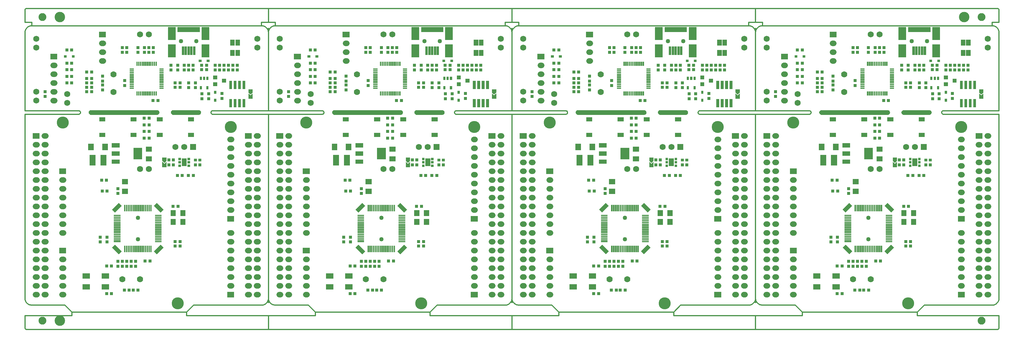
<source format=gts>
*
%FSLAX26Y26*%
%MOIN*%
%ADD10R,0.051310X0.051310*%
%ADD11R,0.025720X0.025720*%
%ADD12R,0.055200X0.055200*%
%ADD13R,0.067060X0.067060*%
%ADD14R,0.086740X0.086740*%
%ADD15R,0.055240X0.055240*%
%ADD16R,0.038000X0.038000*%
%ADD17R,0.024000X0.024000*%
%ADD18R,0.059180X0.059180*%
%ADD19R,0.048000X0.048000*%
%ADD20R,0.058000X0.058000*%
%ADD21R,0.031620X0.031620*%
%ADD22R,0.098000X0.098000*%
%ADD23R,0.043430X0.043430*%
%ADD24R,0.063120X0.063120*%
%ADD25C,0.063000*%
%ADD26C,0.068000*%
%ADD27R,0.068000X0.068000*%
%ADD28C,0.070000*%
%ADD29C,0.063300*%
%ADD30R,0.063300X0.063300*%
%ADD31R,0.040000X0.040000*%
%ADD32R,0.037750X0.037750*%
%ADD33R,0.028000X0.028000*%
%ADD34R,0.015870X0.015870*%
%ADD35R,0.016660X0.016660*%
%ADD36C,0.012000*%
%ADD37C,0.049339*%
%ADD38C,0.135953*%
%ADD39C,0.088709*%
%ADD40C,0.118110*%
%ADD41C,0.027685*%
%ADD42C,0.000750*%
%ADD43R,0.001750X0.001750*%
%ADD44R,0.001000X0.001000*%
%ADD45R,0.002500X0.002500*%
%ADD46R,0.005000X0.005000*%
%ADD47C,0.005000*%
%ADD48C,0.002600*%
%IPPOS*%
%LN02i31889.gts*%
%LPD*%
G75*
G54D10*
X2406004Y3245975D02*
Y3261725D01*
Y3126975D02*
Y3142725D01*
X2347004Y3126975D02*
Y3142725D01*
Y3245975D02*
Y3261725D01*
G54D11*
X1749019Y1931850D02*
X1750989D01*
X1749019Y1894850D02*
X1750989D01*
X1852019Y1931850D02*
X1853989D01*
X1852019Y1856850D02*
X1853989D01*
X1852019Y1894850D02*
X1853989D01*
X1749019Y1856850D02*
X1750989D01*
G54D12*
X1802004Y1879100D02*
Y1910600D01*
G54D13*
X765004Y1894260D02*
Y1945440D01*
X888004Y1894260D02*
Y1945440D01*
G54D14*
X2042004Y3326325D02*
Y3385375D01*
X1660004Y3326325D02*
Y3385375D01*
X2042004Y3129325D02*
Y3188375D01*
X1660004Y3129325D02*
Y3188375D01*
G54D15*
X1753574Y3400850D02*
X1950434D01*
G54D16*
X1699004Y944850D03*
X1754004D03*
X1724004Y1744850D03*
X1779004D03*
X1699004Y994850D03*
X1754004D03*
X874004Y1569850D03*
X929004D03*
X1754004Y2744850D03*
X1699004D03*
X754004Y2694850D03*
X699004D03*
X754004Y2744850D03*
X699004D03*
X1754004Y2794850D03*
X1699004D03*
X699004Y2844850D03*
X754004D03*
X529004Y2794850D03*
X474004D03*
X529004Y2869850D03*
X474004D03*
X529004Y2944850D03*
X474004D03*
X529004Y3019850D03*
X474004D03*
X754004Y2919850D03*
X699004D03*
X529004Y3169850D03*
X474004D03*
X1404004Y2319850D03*
X1349004D03*
X1404004Y2169850D03*
X1349004D03*
X1849004Y1744850D03*
X1904004D03*
X867004Y1693850D03*
X922004D03*
X1414004Y774850D03*
X1359004D03*
X1730004Y1394850D03*
X1675004D03*
X1404004Y2394850D03*
X1349004D03*
X1224004Y444850D03*
X1279004D03*
X1179004D03*
X1124004D03*
X979004Y404850D03*
X924004D03*
X1349004Y2244850D03*
X1404004D03*
X979004Y719850D03*
X924004D03*
X2054004Y2944850D03*
X1999004D03*
X2054004Y2994850D03*
X1999004D03*
X1504004Y2594850D03*
X1449004D03*
X754004Y2794850D03*
X699004D03*
G54D17*
X2064004Y2840850D02*
Y2854850D01*
X1989004Y2840850D02*
Y2854850D01*
X2027004Y2840850D02*
Y2854850D01*
X1989004Y2733850D02*
Y2747850D01*
X2064004Y2733850D02*
Y2747850D01*
G54D18*
X681194Y481850D02*
X704814D01*
X681194Y606850D02*
X704814D01*
X898194D02*
X921814D01*
X898194Y481850D02*
X921814D01*
G54D19*
X1514004Y2206850D02*
X1534004D01*
X1514004Y2381850D02*
X1534004D01*
X1869004D02*
X1889004D01*
X1869004Y2206850D02*
X1889004D01*
X1219004Y2381850D02*
X1239004D01*
X1219004Y2206850D02*
X1239004D01*
X864004D02*
X884004D01*
X864004Y2381850D02*
X884004D01*
G54D20*
X1127004Y1565850D02*
X1137004D01*
X1127004Y1675850D02*
X1137004D01*
X1397004Y2044850D02*
X1407004D01*
X1397004Y1934850D02*
X1407004D01*
G54D21*
X2477004Y2535355D02*
Y2598345D01*
X2327004Y2740355D02*
Y2803345D01*
X2427004Y2535355D02*
Y2598345D01*
X2377004Y2535355D02*
Y2598345D01*
X2427004Y2740355D02*
Y2803345D01*
X2377004Y2740355D02*
Y2803345D01*
X2327004Y2535355D02*
Y2598345D01*
X2477004Y2740355D02*
Y2803345D01*
G54D19*
X1007004Y1994850D02*
X1047004D01*
X1007004Y1901850D02*
X1047004D01*
X1007004Y2087850D02*
X1047004D01*
G54D22*
X1277004Y1979850D02*
Y2009850D01*
G54D11*
X1979054Y3044850D02*
X1984954D01*
X2069054D02*
X2074954D01*
X454054Y3094850D02*
X459954D01*
X544054D02*
X549954D01*
G54D16*
X2202004Y2996850D03*
Y2941850D03*
X1977004Y1866850D03*
Y1921850D03*
X2152004Y2941850D03*
Y2996850D03*
X2252004Y2941850D03*
Y2996850D03*
X1352004Y3141850D03*
Y3196850D03*
X1727004Y2941850D03*
Y2996850D03*
X1852004Y2941850D03*
Y2996850D03*
X1902004Y2941850D03*
Y2996850D03*
X1802004Y2941850D03*
Y2996850D03*
X2302004Y2941850D03*
Y2996850D03*
X2352004D03*
Y2941850D03*
X2402004Y2996850D03*
Y2941850D03*
X1102004Y3141850D03*
Y3196850D03*
X1052004Y716850D03*
Y771850D03*
X1202004Y716850D03*
Y771850D03*
X2227004Y2674850D03*
Y2619850D03*
X852004Y1046850D03*
Y991850D03*
X1252004Y716850D03*
Y771850D03*
X1152004D03*
Y716850D03*
X1102004Y771850D03*
Y716850D03*
X1152004Y3141850D03*
Y3196850D03*
X1402004D03*
Y3141850D03*
X1452004D03*
Y3196850D03*
X1677004Y1866850D03*
Y1921850D03*
X1927004Y1866850D03*
Y1921850D03*
X1627004Y1866850D03*
Y1921850D03*
X1052004Y1596850D03*
Y1541850D03*
X927004Y1046850D03*
Y991850D03*
X2002004Y2671850D03*
Y2616850D03*
X1927004Y2741850D03*
Y2796850D03*
X2077004Y2671850D03*
Y2616850D03*
X1127004Y2766850D03*
Y2821850D03*
X1277004Y3141850D03*
Y3196850D03*
X1652004Y2941850D03*
Y2996850D03*
X1852004Y2741850D03*
Y2796850D03*
X877004Y2816850D03*
Y2871850D03*
Y2771850D03*
Y2716850D03*
X227004Y2696850D03*
Y2641850D03*
G54D23*
X2151019Y2856850D02*
X2152989D01*
X2250019Y2819850D02*
X2251989D01*
X2151019Y2781850D02*
X2152989D01*
G54D24*
X747004Y2065125D02*
Y2074575D01*
X907004Y2065125D02*
Y2074575D01*
G54D11*
X2152004Y2596900D02*
Y2602800D01*
Y2686900D02*
Y2692800D01*
G54D20*
X1677004Y1314850D02*
Y1324850D01*
X1787004Y1314850D02*
Y1324850D01*
X1677004Y1214850D02*
Y1224850D01*
X1787004Y1214850D02*
Y1224850D01*
G36*
X1533904Y1326550D02*
X1458704Y1401750D01*
X1492104Y1435150D01*
X1567304Y1359950D01*
X1533904Y1326550D01*
G37*
G36*
X1060904Y853550D02*
X985704Y928750D01*
X1019104Y962150D01*
X1094304Y886950D01*
X1060904Y853550D01*
G37*
G36*
X1458704Y886950D02*
X1533904Y962150D01*
X1567304Y928750D01*
X1492104Y853550D01*
X1458704Y886950D01*
G37*
G36*
X985704Y1359950D02*
X1060904Y1435150D01*
X1094304Y1401750D01*
X1019104Y1326550D01*
X985704Y1359950D01*
G37*
G54D25*
X319504Y2894850D02*
X334504D01*
X419504Y1194850D02*
X434504D01*
X419504Y1294850D02*
X434504D01*
X219504Y1194850D02*
X234504D01*
X219504Y1294850D02*
X234504D01*
X119504D02*
X134504D01*
X2619504D02*
X2634504D01*
G54D26*
X1702004Y2069850D03*
X1802004D03*
X127004Y3294850D03*
Y3194850D03*
Y2694850D03*
Y2594850D03*
X2627004Y3194850D03*
Y3294850D03*
X477004Y2669850D03*
Y2569850D03*
X1402004Y3344850D03*
X1302004D03*
X1402004Y1819850D03*
X1302004D03*
G54D27*
X1902004Y2069850D03*
G54D28*
X1302004Y569850D03*
X1102004D03*
X1002004Y2893850D03*
Y2693850D03*
G54D26*
X1702004Y2069850D03*
G54D29*
X119504Y394850D02*
X134504D01*
X219504D02*
X234504D01*
X219504Y494850D02*
X234504D01*
X119504D02*
X134504D01*
X419504D02*
X434504D01*
X419504Y394850D02*
X434504D01*
G54D30*
X2319504D02*
X2334504D01*
G54D29*
X2319504Y494850D02*
X2334504D01*
X2519504D02*
X2534504D01*
X2519504Y394850D02*
X2534504D01*
X2619504D02*
X2634504D01*
X2619504Y494850D02*
X2634504D01*
X2619504Y594850D02*
X2634504D01*
X2519504D02*
X2534504D01*
X2519504Y694850D02*
X2534504D01*
X2519504Y794850D02*
X2534504D01*
X2519504Y894850D02*
X2534504D01*
X2519504Y994850D02*
X2534504D01*
X2519504Y1094850D02*
X2534504D01*
X2519504Y1194850D02*
X2534504D01*
X2519504Y1294850D02*
X2534504D01*
X2519504Y1394850D02*
X2534504D01*
X2519504Y1494850D02*
X2534504D01*
X2519504Y1594850D02*
X2534504D01*
X2519504Y1694850D02*
X2534504D01*
X2519504Y1794850D02*
X2534504D01*
X2519504Y1894850D02*
X2534504D01*
X2519504Y1994850D02*
X2534504D01*
X2519504Y2094850D02*
X2534504D01*
X2619504D02*
X2634504D01*
X2619504Y1994850D02*
X2634504D01*
X2619504Y1894850D02*
X2634504D01*
X2619504Y1794850D02*
X2634504D01*
X2619504Y1694850D02*
X2634504D01*
X2619504Y1594850D02*
X2634504D01*
X2619504Y1494850D02*
X2634504D01*
X2619504Y1394850D02*
X2634504D01*
X2619504Y1194850D02*
X2634504D01*
X2619504Y1094850D02*
X2634504D01*
X2619504Y994850D02*
X2634504D01*
X2619504Y894850D02*
X2634504D01*
X2619504Y794850D02*
X2634504D01*
X2619504Y694850D02*
X2634504D01*
X2319504D02*
X2334504D01*
X2319504Y794850D02*
X2334504D01*
X2319504Y894850D02*
X2334504D01*
X2319504Y994850D02*
X2334504D01*
X2319504Y1094850D02*
X2334504D01*
G54D30*
X2319504Y1254850D02*
X2334504D01*
G54D29*
X2319504Y1354850D02*
X2334504D01*
X2319504Y1454850D02*
X2334504D01*
X2319504Y1554850D02*
X2334504D01*
X2319504Y1654850D02*
X2334504D01*
X2319504Y1754850D02*
X2334504D01*
X2319504Y1854850D02*
X2334504D01*
X2319504Y1954850D02*
X2334504D01*
X2319504Y2054850D02*
X2334504D01*
X2319504Y594850D02*
X2334504D01*
G54D30*
X419504Y1794850D02*
X434504D01*
G54D29*
X419504Y1694850D02*
X434504D01*
X419504Y1594850D02*
X434504D01*
X419504Y1494850D02*
X434504D01*
X419504Y1394850D02*
X434504D01*
X419504Y1094850D02*
X434504D01*
G54D30*
X419504Y894850D02*
X434504D01*
G54D29*
X419504Y794850D02*
X434504D01*
X419504Y694850D02*
X434504D01*
X419504Y594850D02*
X434504D01*
X219504D02*
X234504D01*
X219504Y694850D02*
X234504D01*
X219504Y794850D02*
X234504D01*
X219504Y894850D02*
X234504D01*
X219504Y994850D02*
X234504D01*
X219504Y1094850D02*
X234504D01*
X219504Y1394850D02*
X234504D01*
X219504Y1494850D02*
X234504D01*
X219504Y1594850D02*
X234504D01*
X219504Y1694850D02*
X234504D01*
X219504Y1794850D02*
X234504D01*
X219504Y1894850D02*
X234504D01*
X219504Y1994850D02*
X234504D01*
X219504Y2094850D02*
X234504D01*
X119504D02*
X134504D01*
X119504Y1994850D02*
X134504D01*
X119504Y1894850D02*
X134504D01*
X119504Y1794850D02*
X134504D01*
X119504Y1694850D02*
X134504D01*
X119504Y1594850D02*
X134504D01*
X119504Y1494850D02*
X134504D01*
X119504Y1394850D02*
X134504D01*
X119504Y1194850D02*
X134504D01*
X119504Y1094850D02*
X134504D01*
X119504Y994850D02*
X134504D01*
X119504Y894850D02*
X134504D01*
X119504Y794850D02*
X134504D01*
X119504Y694850D02*
X134504D01*
X119504Y594850D02*
X134504D01*
G54D30*
X119504Y2194850D02*
X134504D01*
G54D29*
X219504D02*
X234504D01*
X319504Y2594850D02*
X334504D01*
X319504Y2694850D02*
X334504D01*
X319504Y2794850D02*
X334504D01*
X319504Y2994850D02*
X334504D01*
G54D30*
X319504Y3094850D02*
X334504D01*
G54D29*
X869504Y3044850D02*
X884504D01*
X869504Y3144850D02*
X884504D01*
X869504Y3244850D02*
X884504D01*
G54D30*
X869504Y3344850D02*
X884504D01*
G54D29*
X2619504Y2194850D02*
X2634504D01*
G54D30*
X2519504D02*
X2534504D01*
G54D29*
X2319504Y2154850D02*
X2334504D01*
G36*
X1601004Y1907850D02*
X1577004Y1883850D01*
X1553004Y1907850D01*
Y1917850D01*
X1601004D01*
Y1907850D01*
G37*
G36*
Y1867850D02*
X1553004D01*
Y1905850D01*
X1577004Y1881850D01*
X1601004Y1905850D01*
Y1867850D01*
G37*
G36*
X2576004Y2682850D02*
X2552004Y2658850D01*
X2528004Y2682850D01*
Y2692850D01*
X2576004D01*
Y2682850D01*
G37*
G36*
Y2642850D02*
X2528004D01*
Y2680850D01*
X2552004Y2656850D01*
X2576004Y2680850D01*
Y2642850D01*
G37*
G54D31*
X1573004Y1860850D02*
X1581004D01*
X1573004Y1927850D02*
X1581004D01*
X2548004Y2635850D02*
X2556004D01*
X2548004Y2702850D02*
X2556004D01*
G54D32*
X1573004Y1860850D02*
X1581004D01*
X1573004Y1927850D02*
X1581004D01*
X2548004Y2635850D02*
X2556004D01*
X2548004Y2702850D02*
X2556004D01*
G54D33*
X1788004Y3125575D02*
Y3196125D01*
X1820004Y3125575D02*
Y3196125D01*
X1851004Y3125575D02*
Y3196125D01*
X1883004Y3125575D02*
Y3196125D01*
X1914004Y3125575D02*
Y3196125D01*
G54D34*
X1386004Y2996100D02*
Y3027600D01*
X1406004Y2996100D02*
Y3027600D01*
X1465004Y2996100D02*
Y3027600D01*
X1445004Y2996100D02*
Y3027600D01*
X1426004Y2996100D02*
Y3027600D01*
X1386004Y2661100D02*
Y2692600D01*
X1288004Y2996100D02*
Y3027600D01*
X1406004Y2661100D02*
Y2692600D01*
X1465004Y2661100D02*
Y2692600D01*
X1288004Y2661100D02*
Y2692600D01*
X1347004Y2996100D02*
Y3027600D01*
X1485004Y2996100D02*
Y3027600D01*
X1308004Y2661100D02*
Y2692600D01*
X1347004Y2661100D02*
Y2692600D01*
X1327004Y2661100D02*
Y2692600D01*
X1268004Y2661100D02*
Y2692600D01*
X1367004Y2661100D02*
Y2692600D01*
X1268004Y2996100D02*
Y3027600D01*
X1308004Y2996100D02*
Y3027600D01*
X1426004Y2661100D02*
Y2692600D01*
X1367004Y2996100D02*
Y3027600D01*
X1327004Y2996100D02*
Y3027600D01*
X1445004Y2661100D02*
Y2692600D01*
X1485004Y2661100D02*
Y2692600D01*
X1193254Y2775850D02*
X1224754D01*
X1193254Y2814850D02*
X1224754D01*
X1528254Y2932850D02*
X1559754D01*
X1193254Y2893850D02*
X1224754D01*
X1193254Y2755850D02*
X1224754D01*
X1528254Y2834850D02*
X1559754D01*
X1193254Y2912850D02*
X1224754D01*
X1193254Y2932850D02*
X1224754D01*
X1528254Y2814850D02*
X1559754D01*
X1193254Y2873850D02*
X1224754D01*
X1193254Y2853850D02*
X1224754D01*
X1528254Y2912850D02*
X1559754D01*
X1193254Y2834850D02*
X1224754D01*
X1528254Y2755850D02*
X1559754D01*
X1528254Y2775850D02*
X1559754D01*
X1528254Y2735850D02*
X1559754D01*
X1193254D02*
X1224754D01*
X1528254Y2873850D02*
X1559754D01*
X1528254Y2893850D02*
X1559754D01*
X1528254Y2794850D02*
X1559754D01*
X1528254Y2853850D02*
X1559754D01*
X1193254Y2952850D02*
X1224754D01*
X1193254Y2794850D02*
X1224754D01*
X1528254Y2952850D02*
X1559754D01*
G54D35*
X1014869Y1291850D02*
X1073139D01*
X1014869Y1075850D02*
X1073139D01*
X1479869Y1252850D02*
X1538139D01*
X1479869Y1232850D02*
X1538139D01*
X1014869Y1272850D02*
X1073139D01*
X1014869Y996850D02*
X1073139D01*
X1014869Y1016850D02*
X1073139D01*
X1014869Y1035850D02*
X1073139D01*
X1014869Y1055850D02*
X1073139D01*
X1014869Y1094850D02*
X1073139D01*
X1014869Y1114850D02*
X1073139D01*
X1014869Y1134850D02*
X1073139D01*
X1014869Y1153850D02*
X1073139D01*
X1014869Y1173850D02*
X1073139D01*
X1014869Y1193850D02*
X1073139D01*
X1014869Y1213850D02*
X1073139D01*
X1014869Y1232850D02*
X1073139D01*
X1014869Y1252850D02*
X1073139D01*
X1479869Y1291850D02*
X1538139D01*
X1479869Y1271850D02*
X1538139D01*
X1479869Y1212850D02*
X1538139D01*
X1479869Y1193850D02*
X1538139D01*
X1479869Y1173850D02*
X1538139D01*
X1479869Y1153850D02*
X1538139D01*
X1479869Y1134850D02*
X1538139D01*
X1479869Y1114850D02*
X1538139D01*
X1479869Y1094850D02*
X1538139D01*
X1479869Y1074850D02*
X1538139D01*
X1479869Y1055850D02*
X1538139D01*
X1479869Y1035850D02*
X1538139D01*
X1479869Y1015850D02*
X1538139D01*
X1479869Y996850D02*
X1538139D01*
X1129004Y882715D02*
Y940985D01*
X1149004Y882715D02*
Y940985D01*
X1267004Y882715D02*
Y940985D01*
X1326004Y882715D02*
Y940985D01*
X1286004Y882715D02*
Y940985D01*
X1129004Y1347715D02*
Y1405985D01*
X1149004Y1347715D02*
Y1405985D01*
X1168004Y1347715D02*
Y1405985D01*
X1188004Y1347715D02*
Y1405985D01*
X1208004Y1347715D02*
Y1405985D01*
X1227004Y1347715D02*
Y1405985D01*
X1247004Y1347715D02*
Y1405985D01*
X1267004Y1347715D02*
Y1405985D01*
X1286004Y1347715D02*
Y1405985D01*
X1306004Y1347715D02*
Y1405985D01*
X1326004Y1347715D02*
Y1405985D01*
X1346004Y1347715D02*
Y1405985D01*
X1365004Y1347715D02*
Y1405985D01*
X1385004Y1347715D02*
Y1405985D01*
X1405004Y1347715D02*
Y1405985D01*
X1424004Y1347715D02*
Y1405985D01*
Y882715D02*
Y940985D01*
X1405004Y882715D02*
Y940985D01*
X1385004Y882715D02*
Y940985D01*
X1365004Y882715D02*
Y940985D01*
X1346004Y882715D02*
Y940985D01*
X1306004Y882715D02*
Y940985D01*
X1247004Y882715D02*
Y940985D01*
X1227004Y882715D02*
Y940985D01*
X1208004Y882715D02*
Y940985D01*
X1188004Y882715D02*
Y940985D01*
X1168004Y882715D02*
Y940985D01*
G54D36*
X1829004Y196850D02*
X1908004Y275850D01*
X1829004Y196850D03*
X530004D02*
X1829004D01*
X451004Y275850D02*
X530004Y196850D01*
X1908004Y275850D02*
X2676004D01*
X78004Y3443850D02*
X2676004D01*
X76004Y275850D02*
X451004Y275850D01*
X4Y2479850D02*
X610004D01*
X4Y2439850D02*
X609004D01*
X2125004D02*
X2754004D01*
X2125004Y2479850D02*
X2754004D01*
X4Y354850D02*
Y2439850D01*
Y2479850D02*
Y3364850D01*
X2754004Y354850D02*
Y2439850D01*
Y2479850D02*
Y3364850D01*
X4D02*
X413Y3373625D01*
X1803Y3382298D01*
X4157Y3390760D01*
X7444Y3398906D01*
X11623Y3406632D01*
X16642Y3413841D01*
X22437Y3420442D01*
X28935Y3426352D01*
X36054Y3431496D01*
X43706Y3435811D01*
X51792Y3439240D01*
X60212Y3441742D01*
X68859Y3443285D01*
X77625Y3443848D01*
X78004Y3443850D01*
X2754004Y3364850D02*
X2753688Y3373582D01*
X2752390Y3382223D01*
X2750127Y3390662D01*
X2746927Y3398793D01*
X2742832Y3406511D01*
X2737894Y3413719D01*
X2732175Y3420325D01*
X2725748Y3426244D01*
X2718695Y3431402D01*
X2711106Y3435732D01*
X2703078Y3439180D01*
X2694712Y3441701D01*
X2686116Y3443264D01*
X2677398Y3443848D01*
X2676004Y3443850D01*
Y275850D02*
X2684711Y276232D01*
X2693319Y277595D01*
X2701718Y279922D01*
X2709800Y283182D01*
X2717463Y287334D01*
X2724608Y292325D01*
X2731143Y298091D01*
X2736985Y304558D01*
X2742060Y311644D01*
X2746301Y319257D01*
X2749656Y327301D01*
X2752081Y335672D01*
X2753545Y344264D01*
X2754029Y352966D01*
X2754004Y354850D01*
X4D02*
X359Y346100D01*
X1696Y337444D01*
X3997Y328994D01*
X7234Y320856D01*
X11365Y313133D01*
X16337Y305923D01*
X22088Y299318D01*
X28545Y293401D01*
X35627Y288248D01*
X43242Y283923D01*
X51296Y280481D01*
X59685Y277967D01*
X68304Y276411D01*
X76004Y275850D01*
X610004Y2479850D02*
X614348Y2478931D01*
X618383Y2477079D01*
X621912Y2474384D01*
X624762Y2470978D01*
X626792Y2467029D01*
X627905Y2462731D01*
X628044Y2458293D01*
X627203Y2453932D01*
X625424Y2449864D01*
X622793Y2446287D01*
X619440Y2443376D01*
X615528Y2441275D01*
X611250Y2440085D01*
X609004Y2439850D01*
X2125004Y2479850D02*
X2120588Y2479447D01*
X2116369Y2478081D01*
X2112555Y2475819D01*
X2109333Y2472773D01*
X2106862Y2469091D01*
X2105262Y2464956D01*
X2104613Y2460569D01*
X2104945Y2456148D01*
X2106244Y2451908D01*
X2108445Y2448058D01*
X2111440Y2444788D01*
X2115081Y2442258D01*
X2119191Y2440593D01*
X2123566Y2439873D01*
X2125004Y2439850D01*
G54D37*
X1277004Y1021850D03*
Y1266850D03*
X1765004Y3269850D03*
X1938004D03*
G54D38*
X1727004Y294850D03*
X427004Y2344850D03*
X2327004Y2294850D03*
G36*
X747004Y2439850D02*
G02X747004Y2479850I79J20000D01*
G01X1496004D01*
G02X1495004Y2439850I-1386J-19978D01*
G01X747004D01*
G37*
G36*
X1676979Y2479850D02*
X1966004D01*
G02X1965004Y2439850I-988J-19988D01*
G01X1677004D01*
G02X1676979Y2479850I-25J20000D01*
G37*
G54D36*
X1677004Y2439850D02*
G01X1965004D01*
X1677004Y2479850D02*
X1966004D01*
X747004Y2439850D02*
X1495004D01*
X747004Y2479850D02*
X1496004D01*
X747004D02*
X742599Y2479342D01*
X738415Y2477875D01*
X734657Y2475522D01*
X731509Y2472400D01*
X729127Y2468660D01*
X727627Y2464488D01*
X727084Y2460087D01*
X727523Y2455675D01*
X728924Y2451469D01*
X731216Y2447674D01*
X734289Y2444477D01*
X737990Y2442036D01*
X742139Y2440471D01*
X746530Y2439858D01*
X747004Y2439850D01*
X1496004Y2479850D02*
X1500368Y2479055D01*
X1504451Y2477318D01*
X1508051Y2474725D01*
X1510991Y2471403D01*
X1513128Y2467514D01*
X1514356Y2463251D01*
X1514616Y2458822D01*
X1513894Y2454445D01*
X1512226Y2450334D01*
X1509693Y2446691D01*
X1506421Y2443695D01*
X1502569Y2441493D01*
X1498327Y2440193D01*
X1495004Y2439850D01*
X1677004Y2479850D02*
X1672597Y2479364D01*
X1668405Y2477919D01*
X1664635Y2475587D01*
X1661471Y2472480D01*
X1659069Y2468753D01*
X1657548Y2464589D01*
X1656981Y2460191D01*
X1657398Y2455777D01*
X1658776Y2451563D01*
X1661050Y2447756D01*
X1664106Y2444544D01*
X1667794Y2442084D01*
X1671934Y2440497D01*
X1676322Y2439861D01*
X1677004Y2439850D01*
X1966004Y2479850D02*
X1970382Y2479142D01*
X1974496Y2477487D01*
X1978145Y2474966D01*
X1981150Y2471703D01*
X1983361Y2467859D01*
X1984672Y2463622D01*
X1985017Y2459200D01*
X1984380Y2454811D01*
X1982792Y2450670D01*
X1980330Y2446980D01*
X1977117Y2443924D01*
X1973309Y2441650D01*
X1969094Y2440270D01*
X1965004Y2439850D01*
G54D10*
X5160032Y3245975D02*
Y3261725D01*
Y3126975D02*
Y3142725D01*
X5101032Y3126975D02*
Y3142725D01*
Y3245975D02*
Y3261725D01*
G54D11*
X4503047Y1931850D02*
X4505017D01*
X4503047Y1894850D02*
X4505017D01*
X4606047Y1931850D02*
X4608017D01*
X4606047Y1856850D02*
X4608017D01*
X4606047Y1894850D02*
X4608017D01*
X4503047Y1856850D02*
X4505017D01*
G54D12*
X4556032Y1879100D02*
Y1910600D01*
G54D13*
X3519032Y1894260D02*
Y1945440D01*
X3642032Y1894260D02*
Y1945440D01*
G54D14*
X4796032Y3326325D02*
Y3385375D01*
X4414032Y3326325D02*
Y3385375D01*
X4796032Y3129325D02*
Y3188375D01*
X4414032Y3129325D02*
Y3188375D01*
G54D15*
X4507602Y3400850D02*
X4704462D01*
G54D16*
X4453032Y944850D03*
X4508032D03*
X4478032Y1744850D03*
X4533032D03*
X4453032Y994850D03*
X4508032D03*
X3628032Y1569850D03*
X3683032D03*
X4508032Y2744850D03*
X4453032D03*
X3508032Y2694850D03*
X3453032D03*
X3508032Y2744850D03*
X3453032D03*
X4508032Y2794850D03*
X4453032D03*
X3453032Y2844850D03*
X3508032D03*
X3283032Y2794850D03*
X3228032D03*
X3283032Y2869850D03*
X3228032D03*
X3283032Y2944850D03*
X3228032D03*
X3283032Y3019850D03*
X3228032D03*
X3508032Y2919850D03*
X3453032D03*
X3283032Y3169850D03*
X3228032D03*
X4158032Y2319850D03*
X4103032D03*
X4158032Y2169850D03*
X4103032D03*
X4603032Y1744850D03*
X4658032D03*
X3621032Y1693850D03*
X3676032D03*
X4168032Y774850D03*
X4113032D03*
X4484032Y1394850D03*
X4429032D03*
X4158032Y2394850D03*
X4103032D03*
X3978032Y444850D03*
X4033032D03*
X3933032D03*
X3878032D03*
X3733032Y404850D03*
X3678032D03*
X4103032Y2244850D03*
X4158032D03*
X3733032Y719850D03*
X3678032D03*
X4808032Y2944850D03*
X4753032D03*
X4808032Y2994850D03*
X4753032D03*
X4258032Y2594850D03*
X4203032D03*
X3508032Y2794850D03*
X3453032D03*
G54D17*
X4818032Y2840850D02*
Y2854850D01*
X4743032Y2840850D02*
Y2854850D01*
X4781032Y2840850D02*
Y2854850D01*
X4743032Y2733850D02*
Y2747850D01*
X4818032Y2733850D02*
Y2747850D01*
G54D18*
X3435222Y481850D02*
X3458842D01*
X3435222Y606850D02*
X3458842D01*
X3652222D02*
X3675842D01*
X3652222Y481850D02*
X3675842D01*
G54D19*
X4268032Y2206850D02*
X4288032D01*
X4268032Y2381850D02*
X4288032D01*
X4623032D02*
X4643032D01*
X4623032Y2206850D02*
X4643032D01*
X3973032Y2381850D02*
X3993032D01*
X3973032Y2206850D02*
X3993032D01*
X3618032D02*
X3638032D01*
X3618032Y2381850D02*
X3638032D01*
G54D20*
X3881032Y1565850D02*
X3891032D01*
X3881032Y1675850D02*
X3891032D01*
X4151032Y2044850D02*
X4161032D01*
X4151032Y1934850D02*
X4161032D01*
G54D21*
X5231032Y2535355D02*
Y2598345D01*
X5081032Y2740355D02*
Y2803345D01*
X5181032Y2535355D02*
Y2598345D01*
X5131032Y2535355D02*
Y2598345D01*
X5181032Y2740355D02*
Y2803345D01*
X5131032Y2740355D02*
Y2803345D01*
X5081032Y2535355D02*
Y2598345D01*
X5231032Y2740355D02*
Y2803345D01*
G54D19*
X3761032Y1994850D02*
X3801032D01*
X3761032Y1901850D02*
X3801032D01*
X3761032Y2087850D02*
X3801032D01*
G54D22*
X4031032Y1979850D02*
Y2009850D01*
G54D11*
X4733082Y3044850D02*
X4738982D01*
X4823082D02*
X4828982D01*
X3208082Y3094850D02*
X3213982D01*
X3298082D02*
X3303982D01*
G54D16*
X4956032Y2996850D03*
Y2941850D03*
X4731032Y1866850D03*
Y1921850D03*
X4906032Y2941850D03*
Y2996850D03*
X5006032Y2941850D03*
Y2996850D03*
X4106032Y3141850D03*
Y3196850D03*
X4481032Y2941850D03*
Y2996850D03*
X4606032Y2941850D03*
Y2996850D03*
X4656032Y2941850D03*
Y2996850D03*
X4556032Y2941850D03*
Y2996850D03*
X5056032Y2941850D03*
Y2996850D03*
X5106032D03*
Y2941850D03*
X5156032Y2996850D03*
Y2941850D03*
X3856032Y3141850D03*
Y3196850D03*
X3806032Y716850D03*
Y771850D03*
X3956032Y716850D03*
Y771850D03*
X4981032Y2674850D03*
Y2619850D03*
X3606032Y1046850D03*
Y991850D03*
X4006032Y716850D03*
Y771850D03*
X3906032D03*
Y716850D03*
X3856032Y771850D03*
Y716850D03*
X3906032Y3141850D03*
Y3196850D03*
X4156032D03*
Y3141850D03*
X4206032D03*
Y3196850D03*
X4431032Y1866850D03*
Y1921850D03*
X4681032Y1866850D03*
Y1921850D03*
X4381032Y1866850D03*
Y1921850D03*
X3806032Y1596850D03*
Y1541850D03*
X3681032Y1046850D03*
Y991850D03*
X4756032Y2671850D03*
Y2616850D03*
X4681032Y2741850D03*
Y2796850D03*
X4831032Y2671850D03*
Y2616850D03*
X3881032Y2766850D03*
Y2821850D03*
X4031032Y3141850D03*
Y3196850D03*
X4406032Y2941850D03*
Y2996850D03*
X4606032Y2741850D03*
Y2796850D03*
X3631032Y2816850D03*
Y2871850D03*
Y2771850D03*
Y2716850D03*
X2981032Y2696850D03*
Y2641850D03*
G54D23*
X4905047Y2856850D02*
X4907017D01*
X5004047Y2819850D02*
X5006017D01*
X4905047Y2781850D02*
X4907017D01*
G54D24*
X3501032Y2065125D02*
Y2074575D01*
X3661032Y2065125D02*
Y2074575D01*
G54D11*
X4906032Y2596900D02*
Y2602800D01*
Y2686900D02*
Y2692800D01*
G54D20*
X4431032Y1314850D02*
Y1324850D01*
X4541032Y1314850D02*
Y1324850D01*
X4431032Y1214850D02*
Y1224850D01*
X4541032Y1214850D02*
Y1224850D01*
G36*
X4287932Y1326550D02*
X4212732Y1401750D01*
X4246132Y1435150D01*
X4321332Y1359950D01*
X4287932Y1326550D01*
G37*
G36*
X3814932Y853550D02*
X3739732Y928750D01*
X3773132Y962150D01*
X3848332Y886950D01*
X3814932Y853550D01*
G37*
G36*
X4212732Y886950D02*
X4287932Y962150D01*
X4321332Y928750D01*
X4246132Y853550D01*
X4212732Y886950D01*
G37*
G36*
X3739732Y1359950D02*
X3814932Y1435150D01*
X3848332Y1401750D01*
X3773132Y1326550D01*
X3739732Y1359950D01*
G37*
G54D25*
X3073532Y2894850D02*
X3088532D01*
X3173532Y1194850D02*
X3188532D01*
X3173532Y1294850D02*
X3188532D01*
X2973532Y1194850D02*
X2988532D01*
X2973532Y1294850D02*
X2988532D01*
X2873532D02*
X2888532D01*
X5373532D02*
X5388532D01*
G54D26*
X4456032Y2069850D03*
X4556032D03*
X2881032Y3294850D03*
Y3194850D03*
Y2694850D03*
Y2594850D03*
X5381032Y3194850D03*
Y3294850D03*
X3231032Y2669850D03*
Y2569850D03*
X4156032Y3344850D03*
X4056032D03*
X4156032Y1819850D03*
X4056032D03*
G54D27*
X4656032Y2069850D03*
G54D28*
X4056032Y569850D03*
X3856032D03*
X3756032Y2893850D03*
Y2693850D03*
G54D26*
X4456032Y2069850D03*
G54D29*
X2873532Y394850D02*
X2888532D01*
X2973532D02*
X2988532D01*
X2973532Y494850D02*
X2988532D01*
X2873532D02*
X2888532D01*
X3173532D02*
X3188532D01*
X3173532Y394850D02*
X3188532D01*
G54D30*
X5073532D02*
X5088532D01*
G54D29*
X5073532Y494850D02*
X5088532D01*
X5273532D02*
X5288532D01*
X5273532Y394850D02*
X5288532D01*
X5373532D02*
X5388532D01*
X5373532Y494850D02*
X5388532D01*
X5373532Y594850D02*
X5388532D01*
X5273532D02*
X5288532D01*
X5273532Y694850D02*
X5288532D01*
X5273532Y794850D02*
X5288532D01*
X5273532Y894850D02*
X5288532D01*
X5273532Y994850D02*
X5288532D01*
X5273532Y1094850D02*
X5288532D01*
X5273532Y1194850D02*
X5288532D01*
X5273532Y1294850D02*
X5288532D01*
X5273532Y1394850D02*
X5288532D01*
X5273532Y1494850D02*
X5288532D01*
X5273532Y1594850D02*
X5288532D01*
X5273532Y1694850D02*
X5288532D01*
X5273532Y1794850D02*
X5288532D01*
X5273532Y1894850D02*
X5288532D01*
X5273532Y1994850D02*
X5288532D01*
X5273532Y2094850D02*
X5288532D01*
X5373532D02*
X5388532D01*
X5373532Y1994850D02*
X5388532D01*
X5373532Y1894850D02*
X5388532D01*
X5373532Y1794850D02*
X5388532D01*
X5373532Y1694850D02*
X5388532D01*
X5373532Y1594850D02*
X5388532D01*
X5373532Y1494850D02*
X5388532D01*
X5373532Y1394850D02*
X5388532D01*
X5373532Y1194850D02*
X5388532D01*
X5373532Y1094850D02*
X5388532D01*
X5373532Y994850D02*
X5388532D01*
X5373532Y894850D02*
X5388532D01*
X5373532Y794850D02*
X5388532D01*
X5373532Y694850D02*
X5388532D01*
X5073532D02*
X5088532D01*
X5073532Y794850D02*
X5088532D01*
X5073532Y894850D02*
X5088532D01*
X5073532Y994850D02*
X5088532D01*
X5073532Y1094850D02*
X5088532D01*
G54D30*
X5073532Y1254850D02*
X5088532D01*
G54D29*
X5073532Y1354850D02*
X5088532D01*
X5073532Y1454850D02*
X5088532D01*
X5073532Y1554850D02*
X5088532D01*
X5073532Y1654850D02*
X5088532D01*
X5073532Y1754850D02*
X5088532D01*
X5073532Y1854850D02*
X5088532D01*
X5073532Y1954850D02*
X5088532D01*
X5073532Y2054850D02*
X5088532D01*
X5073532Y594850D02*
X5088532D01*
G54D30*
X3173532Y1794850D02*
X3188532D01*
G54D29*
X3173532Y1694850D02*
X3188532D01*
X3173532Y1594850D02*
X3188532D01*
X3173532Y1494850D02*
X3188532D01*
X3173532Y1394850D02*
X3188532D01*
X3173532Y1094850D02*
X3188532D01*
G54D30*
X3173532Y894850D02*
X3188532D01*
G54D29*
X3173532Y794850D02*
X3188532D01*
X3173532Y694850D02*
X3188532D01*
X3173532Y594850D02*
X3188532D01*
X2973532D02*
X2988532D01*
X2973532Y694850D02*
X2988532D01*
X2973532Y794850D02*
X2988532D01*
X2973532Y894850D02*
X2988532D01*
X2973532Y994850D02*
X2988532D01*
X2973532Y1094850D02*
X2988532D01*
X2973532Y1394850D02*
X2988532D01*
X2973532Y1494850D02*
X2988532D01*
X2973532Y1594850D02*
X2988532D01*
X2973532Y1694850D02*
X2988532D01*
X2973532Y1794850D02*
X2988532D01*
X2973532Y1894850D02*
X2988532D01*
X2973532Y1994850D02*
X2988532D01*
X2973532Y2094850D02*
X2988532D01*
X2873532D02*
X2888532D01*
X2873532Y1994850D02*
X2888532D01*
X2873532Y1894850D02*
X2888532D01*
X2873532Y1794850D02*
X2888532D01*
X2873532Y1694850D02*
X2888532D01*
X2873532Y1594850D02*
X2888532D01*
X2873532Y1494850D02*
X2888532D01*
X2873532Y1394850D02*
X2888532D01*
X2873532Y1194850D02*
X2888532D01*
X2873532Y1094850D02*
X2888532D01*
X2873532Y994850D02*
X2888532D01*
X2873532Y894850D02*
X2888532D01*
X2873532Y794850D02*
X2888532D01*
X2873532Y694850D02*
X2888532D01*
X2873532Y594850D02*
X2888532D01*
G54D30*
X2873532Y2194850D02*
X2888532D01*
G54D29*
X2973532D02*
X2988532D01*
X3073532Y2594850D02*
X3088532D01*
X3073532Y2694850D02*
X3088532D01*
X3073532Y2794850D02*
X3088532D01*
X3073532Y2994850D02*
X3088532D01*
G54D30*
X3073532Y3094850D02*
X3088532D01*
G54D29*
X3623532Y3044850D02*
X3638532D01*
X3623532Y3144850D02*
X3638532D01*
X3623532Y3244850D02*
X3638532D01*
G54D30*
X3623532Y3344850D02*
X3638532D01*
G54D29*
X5373532Y2194850D02*
X5388532D01*
G54D30*
X5273532D02*
X5288532D01*
G54D29*
X5073532Y2154850D02*
X5088532D01*
G36*
X4355032Y1907850D02*
X4331032Y1883850D01*
X4307032Y1907850D01*
Y1917850D01*
X4355032D01*
Y1907850D01*
G37*
G36*
Y1867850D02*
X4307032D01*
Y1905850D01*
X4331032Y1881850D01*
X4355032Y1905850D01*
Y1867850D01*
G37*
G36*
X5330032Y2682850D02*
X5306032Y2658850D01*
X5282032Y2682850D01*
Y2692850D01*
X5330032D01*
Y2682850D01*
G37*
G36*
Y2642850D02*
X5282032D01*
Y2680850D01*
X5306032Y2656850D01*
X5330032Y2680850D01*
Y2642850D01*
G37*
G54D31*
X4327032Y1860850D02*
X4335032D01*
X4327032Y1927850D02*
X4335032D01*
X5302032Y2635850D02*
X5310032D01*
X5302032Y2702850D02*
X5310032D01*
G54D32*
X4327032Y1860850D02*
X4335032D01*
X4327032Y1927850D02*
X4335032D01*
X5302032Y2635850D02*
X5310032D01*
X5302032Y2702850D02*
X5310032D01*
G54D33*
X4542032Y3125575D02*
Y3196125D01*
X4574032Y3125575D02*
Y3196125D01*
X4605032Y3125575D02*
Y3196125D01*
X4637032Y3125575D02*
Y3196125D01*
X4668032Y3125575D02*
Y3196125D01*
G54D34*
X4140032Y2996100D02*
Y3027600D01*
X4160032Y2996100D02*
Y3027600D01*
X4219032Y2996100D02*
Y3027600D01*
X4199032Y2996100D02*
Y3027600D01*
X4180032Y2996100D02*
Y3027600D01*
X4140032Y2661100D02*
Y2692600D01*
X4042032Y2996100D02*
Y3027600D01*
X4160032Y2661100D02*
Y2692600D01*
X4219032Y2661100D02*
Y2692600D01*
X4042032Y2661100D02*
Y2692600D01*
X4101032Y2996100D02*
Y3027600D01*
X4239032Y2996100D02*
Y3027600D01*
X4062032Y2661100D02*
Y2692600D01*
X4101032Y2661100D02*
Y2692600D01*
X4081032Y2661100D02*
Y2692600D01*
X4022032Y2661100D02*
Y2692600D01*
X4121032Y2661100D02*
Y2692600D01*
X4022032Y2996100D02*
Y3027600D01*
X4062032Y2996100D02*
Y3027600D01*
X4180032Y2661100D02*
Y2692600D01*
X4121032Y2996100D02*
Y3027600D01*
X4081032Y2996100D02*
Y3027600D01*
X4199032Y2661100D02*
Y2692600D01*
X4239032Y2661100D02*
Y2692600D01*
X3947282Y2775850D02*
X3978782D01*
X3947282Y2814850D02*
X3978782D01*
X4282282Y2932850D02*
X4313782D01*
X3947282Y2893850D02*
X3978782D01*
X3947282Y2755850D02*
X3978782D01*
X4282282Y2834850D02*
X4313782D01*
X3947282Y2912850D02*
X3978782D01*
X3947282Y2932850D02*
X3978782D01*
X4282282Y2814850D02*
X4313782D01*
X3947282Y2873850D02*
X3978782D01*
X3947282Y2853850D02*
X3978782D01*
X4282282Y2912850D02*
X4313782D01*
X3947282Y2834850D02*
X3978782D01*
X4282282Y2755850D02*
X4313782D01*
X4282282Y2775850D02*
X4313782D01*
X4282282Y2735850D02*
X4313782D01*
X3947282D02*
X3978782D01*
X4282282Y2873850D02*
X4313782D01*
X4282282Y2893850D02*
X4313782D01*
X4282282Y2794850D02*
X4313782D01*
X4282282Y2853850D02*
X4313782D01*
X3947282Y2952850D02*
X3978782D01*
X3947282Y2794850D02*
X3978782D01*
X4282282Y2952850D02*
X4313782D01*
G54D35*
X3768897Y1291850D02*
X3827167D01*
X3768897Y1075850D02*
X3827167D01*
X4233897Y1252850D02*
X4292167D01*
X4233897Y1232850D02*
X4292167D01*
X3768897Y1272850D02*
X3827167D01*
X3768897Y996850D02*
X3827167D01*
X3768897Y1016850D02*
X3827167D01*
X3768897Y1035850D02*
X3827167D01*
X3768897Y1055850D02*
X3827167D01*
X3768897Y1094850D02*
X3827167D01*
X3768897Y1114850D02*
X3827167D01*
X3768897Y1134850D02*
X3827167D01*
X3768897Y1153850D02*
X3827167D01*
X3768897Y1173850D02*
X3827167D01*
X3768897Y1193850D02*
X3827167D01*
X3768897Y1213850D02*
X3827167D01*
X3768897Y1232850D02*
X3827167D01*
X3768897Y1252850D02*
X3827167D01*
X4233897Y1291850D02*
X4292167D01*
X4233897Y1271850D02*
X4292167D01*
X4233897Y1212850D02*
X4292167D01*
X4233897Y1193850D02*
X4292167D01*
X4233897Y1173850D02*
X4292167D01*
X4233897Y1153850D02*
X4292167D01*
X4233897Y1134850D02*
X4292167D01*
X4233897Y1114850D02*
X4292167D01*
X4233897Y1094850D02*
X4292167D01*
X4233897Y1074850D02*
X4292167D01*
X4233897Y1055850D02*
X4292167D01*
X4233897Y1035850D02*
X4292167D01*
X4233897Y1015850D02*
X4292167D01*
X4233897Y996850D02*
X4292167D01*
X3883032Y882715D02*
Y940985D01*
X3903032Y882715D02*
Y940985D01*
X4021032Y882715D02*
Y940985D01*
X4080032Y882715D02*
Y940985D01*
X4040032Y882715D02*
Y940985D01*
X3883032Y1347715D02*
Y1405985D01*
X3903032Y1347715D02*
Y1405985D01*
X3922032Y1347715D02*
Y1405985D01*
X3942032Y1347715D02*
Y1405985D01*
X3962032Y1347715D02*
Y1405985D01*
X3981032Y1347715D02*
Y1405985D01*
X4001032Y1347715D02*
Y1405985D01*
X4021032Y1347715D02*
Y1405985D01*
X4040032Y1347715D02*
Y1405985D01*
X4060032Y1347715D02*
Y1405985D01*
X4080032Y1347715D02*
Y1405985D01*
X4100032Y1347715D02*
Y1405985D01*
X4119032Y1347715D02*
Y1405985D01*
X4139032Y1347715D02*
Y1405985D01*
X4159032Y1347715D02*
Y1405985D01*
X4178032Y1347715D02*
Y1405985D01*
Y882715D02*
Y940985D01*
X4159032Y882715D02*
Y940985D01*
X4139032Y882715D02*
Y940985D01*
X4119032Y882715D02*
Y940985D01*
X4100032Y882715D02*
Y940985D01*
X4060032Y882715D02*
Y940985D01*
X4001032Y882715D02*
Y940985D01*
X3981032Y882715D02*
Y940985D01*
X3962032Y882715D02*
Y940985D01*
X3942032Y882715D02*
Y940985D01*
X3922032Y882715D02*
Y940985D01*
G54D36*
X4583032Y196850D02*
X4662032Y275850D01*
X4583032Y196850D03*
X3284032D02*
X4583032D01*
X3205032Y275850D02*
X3284032Y196850D01*
X4662032Y275850D02*
X5430032D01*
X2832032Y3443850D02*
X5430032D01*
X2830032Y275850D02*
X3205032Y275850D01*
X2754032Y2479850D02*
X3364032D01*
X2754032Y2439850D02*
X3363032D01*
X4879032D02*
X5508032D01*
X4879032Y2479850D02*
X5508032D01*
X2754032Y354850D02*
Y2439850D01*
Y2479850D02*
Y3364850D01*
X5508032Y354850D02*
Y2439850D01*
Y2479850D02*
Y3364850D01*
X2754032D02*
X2754442Y3373625D01*
X2755832Y3382298D01*
X2758186Y3390760D01*
X2761473Y3398906D01*
X2765652Y3406632D01*
X2770670Y3413841D01*
X2776465Y3420442D01*
X2782963Y3426352D01*
X2790083Y3431496D01*
X2797734Y3435811D01*
X2805821Y3439240D01*
X2814241Y3441742D01*
X2822888Y3443285D01*
X2831654Y3443848D01*
X2832032Y3443850D01*
X5508032Y3364850D02*
X5507716Y3373582D01*
X5506418Y3382223D01*
X5504155Y3390662D01*
X5500956Y3398793D01*
X5496861Y3406511D01*
X5491923Y3413719D01*
X5486204Y3420325D01*
X5479777Y3426244D01*
X5472724Y3431402D01*
X5465135Y3435732D01*
X5457107Y3439180D01*
X5448741Y3441701D01*
X5440144Y3443264D01*
X5431426Y3443848D01*
X5430032Y3443850D01*
Y275850D02*
X5438739Y276232D01*
X5447347Y277595D01*
X5455746Y279922D01*
X5463829Y283182D01*
X5471492Y287334D01*
X5478636Y292325D01*
X5485172Y298091D01*
X5491014Y304558D01*
X5496088Y311644D01*
X5500330Y319257D01*
X5503685Y327301D01*
X5506110Y335672D01*
X5507573Y344264D01*
X5508057Y352966D01*
X5508032Y354850D01*
X2754032D02*
X2754388Y346100D01*
X2755725Y337444D01*
X2758026Y328994D01*
X2761263Y320856D01*
X2765393Y313133D01*
X2770366Y305923D01*
X2776117Y299318D01*
X2782574Y293401D01*
X2789655Y288248D01*
X2797271Y283923D01*
X2805325Y280481D01*
X2813714Y277967D01*
X2822333Y276411D01*
X2830032Y275850D01*
X3364032Y2479850D02*
X3368376Y2478931D01*
X3372412Y2477079D01*
X3375941Y2474384D01*
X3378790Y2470978D01*
X3380821Y2467029D01*
X3381933Y2462731D01*
X3382072Y2458293D01*
X3381232Y2453932D01*
X3379452Y2449864D01*
X3376822Y2446287D01*
X3373469Y2443376D01*
X3369557Y2441275D01*
X3365279Y2440085D01*
X3363032Y2439850D01*
X4879032Y2479850D02*
X4874616Y2479447D01*
X4870398Y2478081D01*
X4866584Y2475819D01*
X4863362Y2472773D01*
X4860891Y2469091D01*
X4859291Y2464956D01*
X4858641Y2460569D01*
X4858974Y2456148D01*
X4860273Y2451908D01*
X4862474Y2448058D01*
X4865468Y2444788D01*
X4869110Y2442258D01*
X4873219Y2440593D01*
X4877595Y2439873D01*
X4879032Y2439850D01*
G54D37*
X4031032Y1021850D03*
Y1266850D03*
X4519032Y3269850D03*
X4692032D03*
G54D38*
X4481032Y294850D03*
X3181032Y2344850D03*
X5081032Y2294850D03*
G36*
X3501032Y2439850D02*
G02X3501032Y2479850I79J20000D01*
G01X4250032D01*
G02X4249032Y2439850I-1386J-19978D01*
G01X3501032D01*
G37*
G36*
X4431007Y2479850D02*
X4720032D01*
G02X4719032Y2439850I-988J-19988D01*
G01X4431032D01*
G02X4431007Y2479850I-25J20000D01*
G37*
G54D36*
X4431032Y2439850D02*
G01X4719032D01*
X4431032Y2479850D02*
X4720032D01*
X3501032Y2439850D02*
X4249032D01*
X3501032Y2479850D02*
X4250032D01*
X3501032D02*
X3496628Y2479342D01*
X3492444Y2477875D01*
X3488686Y2475522D01*
X3485538Y2472400D01*
X3483156Y2468660D01*
X3481656Y2464488D01*
X3481113Y2460087D01*
X3481552Y2455675D01*
X3482952Y2451469D01*
X3485245Y2447674D01*
X3488318Y2444477D01*
X3492019Y2442036D01*
X3496167Y2440471D01*
X3500558Y2439858D01*
X3501032Y2439850D01*
X4250032Y2479850D02*
X4254397Y2479055D01*
X4258480Y2477318D01*
X4262079Y2474725D01*
X4265020Y2471403D01*
X4267157Y2467514D01*
X4268385Y2463251D01*
X4268645Y2458822D01*
X4267923Y2454445D01*
X4266254Y2450334D01*
X4263722Y2446691D01*
X4260450Y2443695D01*
X4256598Y2441493D01*
X4252356Y2440193D01*
X4249032Y2439850D01*
X4431032Y2479850D02*
X4426625Y2479364D01*
X4422434Y2477919D01*
X4418663Y2475587D01*
X4415500Y2472480D01*
X4413098Y2468753D01*
X4411577Y2464589D01*
X4411010Y2460191D01*
X4411426Y2455777D01*
X4412805Y2451563D01*
X4415078Y2447756D01*
X4418134Y2444544D01*
X4421823Y2442084D01*
X4425963Y2440497D01*
X4430351Y2439861D01*
X4431032Y2439850D01*
X4720032Y2479850D02*
X4724410Y2479142D01*
X4728525Y2477487D01*
X4732174Y2474966D01*
X4735178Y2471703D01*
X4737390Y2467859D01*
X4738700Y2463622D01*
X4739046Y2459200D01*
X4738408Y2454811D01*
X4736820Y2450670D01*
X4734359Y2446980D01*
X4731145Y2443924D01*
X4727338Y2441650D01*
X4723122Y2440270D01*
X4719032Y2439850D01*
G54D10*
X7914061Y3245975D02*
Y3261725D01*
Y3126975D02*
Y3142725D01*
X7855061Y3126975D02*
Y3142725D01*
Y3245975D02*
Y3261725D01*
G54D11*
X7257076Y1931850D02*
X7259046D01*
X7257076Y1894850D02*
X7259046D01*
X7360076Y1931850D02*
X7362046D01*
X7360076Y1856850D02*
X7362046D01*
X7360076Y1894850D02*
X7362046D01*
X7257076Y1856850D02*
X7259046D01*
G54D12*
X7310061Y1879100D02*
Y1910600D01*
G54D13*
X6273061Y1894260D02*
Y1945440D01*
X6396061Y1894260D02*
Y1945440D01*
G54D14*
X7550061Y3326325D02*
Y3385375D01*
X7168061Y3326325D02*
Y3385375D01*
X7550061Y3129325D02*
Y3188375D01*
X7168061Y3129325D02*
Y3188375D01*
G54D15*
X7261631Y3400850D02*
X7458491D01*
G54D16*
X7207061Y944850D03*
X7262061D03*
X7232061Y1744850D03*
X7287061D03*
X7207061Y994850D03*
X7262061D03*
X6382061Y1569850D03*
X6437061D03*
X7262061Y2744850D03*
X7207061D03*
X6262061Y2694850D03*
X6207061D03*
X6262061Y2744850D03*
X6207061D03*
X7262061Y2794850D03*
X7207061D03*
X6207061Y2844850D03*
X6262061D03*
X6037061Y2794850D03*
X5982061D03*
X6037061Y2869850D03*
X5982061D03*
X6037061Y2944850D03*
X5982061D03*
X6037061Y3019850D03*
X5982061D03*
X6262061Y2919850D03*
X6207061D03*
X6037061Y3169850D03*
X5982061D03*
X6912061Y2319850D03*
X6857061D03*
X6912061Y2169850D03*
X6857061D03*
X7357061Y1744850D03*
X7412061D03*
X6375061Y1693850D03*
X6430061D03*
X6922061Y774850D03*
X6867061D03*
X7238061Y1394850D03*
X7183061D03*
X6912061Y2394850D03*
X6857061D03*
X6732061Y444850D03*
X6787061D03*
X6687061D03*
X6632061D03*
X6487061Y404850D03*
X6432061D03*
X6857061Y2244850D03*
X6912061D03*
X6487061Y719850D03*
X6432061D03*
X7562061Y2944850D03*
X7507061D03*
X7562061Y2994850D03*
X7507061D03*
X7012061Y2594850D03*
X6957061D03*
X6262061Y2794850D03*
X6207061D03*
G54D17*
X7572061Y2840850D02*
Y2854850D01*
X7497061Y2840850D02*
Y2854850D01*
X7535061Y2840850D02*
Y2854850D01*
X7497061Y2733850D02*
Y2747850D01*
X7572061Y2733850D02*
Y2747850D01*
G54D18*
X6189251Y481850D02*
X6212871D01*
X6189251Y606850D02*
X6212871D01*
X6406251D02*
X6429871D01*
X6406251Y481850D02*
X6429871D01*
G54D19*
X7022061Y2206850D02*
X7042061D01*
X7022061Y2381850D02*
X7042061D01*
X7377061D02*
X7397061D01*
X7377061Y2206850D02*
X7397061D01*
X6727061Y2381850D02*
X6747061D01*
X6727061Y2206850D02*
X6747061D01*
X6372061D02*
X6392061D01*
X6372061Y2381850D02*
X6392061D01*
G54D20*
X6635061Y1565850D02*
X6645061D01*
X6635061Y1675850D02*
X6645061D01*
X6905061Y2044850D02*
X6915061D01*
X6905061Y1934850D02*
X6915061D01*
G54D21*
X7985061Y2535355D02*
Y2598345D01*
X7835061Y2740355D02*
Y2803345D01*
X7935061Y2535355D02*
Y2598345D01*
X7885061Y2535355D02*
Y2598345D01*
X7935061Y2740355D02*
Y2803345D01*
X7885061Y2740355D02*
Y2803345D01*
X7835061Y2535355D02*
Y2598345D01*
X7985061Y2740355D02*
Y2803345D01*
G54D19*
X6515061Y1994850D02*
X6555061D01*
X6515061Y1901850D02*
X6555061D01*
X6515061Y2087850D02*
X6555061D01*
G54D22*
X6785061Y1979850D02*
Y2009850D01*
G54D11*
X7487111Y3044850D02*
X7493011D01*
X7577111D02*
X7583011D01*
X5962111Y3094850D02*
X5968011D01*
X6052111D02*
X6058011D01*
G54D16*
X7710061Y2996850D03*
Y2941850D03*
X7485061Y1866850D03*
Y1921850D03*
X7660061Y2941850D03*
Y2996850D03*
X7760061Y2941850D03*
Y2996850D03*
X6860061Y3141850D03*
Y3196850D03*
X7235061Y2941850D03*
Y2996850D03*
X7360061Y2941850D03*
Y2996850D03*
X7410061Y2941850D03*
Y2996850D03*
X7310061Y2941850D03*
Y2996850D03*
X7810061Y2941850D03*
Y2996850D03*
X7860061D03*
Y2941850D03*
X7910061Y2996850D03*
Y2941850D03*
X6610061Y3141850D03*
Y3196850D03*
X6560061Y716850D03*
Y771850D03*
X6710061Y716850D03*
Y771850D03*
X7735061Y2674850D03*
Y2619850D03*
X6360061Y1046850D03*
Y991850D03*
X6760061Y716850D03*
Y771850D03*
X6660061D03*
Y716850D03*
X6610061Y771850D03*
Y716850D03*
X6660061Y3141850D03*
Y3196850D03*
X6910061D03*
Y3141850D03*
X6960061D03*
Y3196850D03*
X7185061Y1866850D03*
Y1921850D03*
X7435061Y1866850D03*
Y1921850D03*
X7135061Y1866850D03*
Y1921850D03*
X6560061Y1596850D03*
Y1541850D03*
X6435061Y1046850D03*
Y991850D03*
X7510061Y2671850D03*
Y2616850D03*
X7435061Y2741850D03*
Y2796850D03*
X7585061Y2671850D03*
Y2616850D03*
X6635061Y2766850D03*
Y2821850D03*
X6785061Y3141850D03*
Y3196850D03*
X7160061Y2941850D03*
Y2996850D03*
X7360061Y2741850D03*
Y2796850D03*
X6385061Y2816850D03*
Y2871850D03*
Y2771850D03*
Y2716850D03*
X5735061Y2696850D03*
Y2641850D03*
G54D23*
X7659076Y2856850D02*
X7661046D01*
X7758076Y2819850D02*
X7760046D01*
X7659076Y2781850D02*
X7661046D01*
G54D24*
X6255061Y2065125D02*
Y2074575D01*
X6415061Y2065125D02*
Y2074575D01*
G54D11*
X7660061Y2596900D02*
Y2602800D01*
Y2686900D02*
Y2692800D01*
G54D20*
X7185061Y1314850D02*
Y1324850D01*
X7295061Y1314850D02*
Y1324850D01*
X7185061Y1214850D02*
Y1224850D01*
X7295061Y1214850D02*
Y1224850D01*
G36*
X7041961Y1326550D02*
X6966761Y1401750D01*
X7000161Y1435150D01*
X7075361Y1359950D01*
X7041961Y1326550D01*
G37*
G36*
X6568961Y853550D02*
X6493761Y928750D01*
X6527161Y962150D01*
X6602361Y886950D01*
X6568961Y853550D01*
G37*
G36*
X6966761Y886950D02*
X7041961Y962150D01*
X7075361Y928750D01*
X7000161Y853550D01*
X6966761Y886950D01*
G37*
G36*
X6493761Y1359950D02*
X6568961Y1435150D01*
X6602361Y1401750D01*
X6527161Y1326550D01*
X6493761Y1359950D01*
G37*
G54D25*
X5827561Y2894850D02*
X5842561D01*
X5927561Y1194850D02*
X5942561D01*
X5927561Y1294850D02*
X5942561D01*
X5727561Y1194850D02*
X5742561D01*
X5727561Y1294850D02*
X5742561D01*
X5627561D02*
X5642561D01*
X8127561D02*
X8142561D01*
G54D26*
X7210061Y2069850D03*
X7310061D03*
X5635061Y3294850D03*
Y3194850D03*
Y2694850D03*
Y2594850D03*
X8135061Y3194850D03*
Y3294850D03*
X5985061Y2669850D03*
Y2569850D03*
X6910061Y3344850D03*
X6810061D03*
X6910061Y1819850D03*
X6810061D03*
G54D27*
X7410061Y2069850D03*
G54D28*
X6810061Y569850D03*
X6610061D03*
X6510061Y2893850D03*
Y2693850D03*
G54D26*
X7210061Y2069850D03*
G54D29*
X5627561Y394850D02*
X5642561D01*
X5727561D02*
X5742561D01*
X5727561Y494850D02*
X5742561D01*
X5627561D02*
X5642561D01*
X5927561D02*
X5942561D01*
X5927561Y394850D02*
X5942561D01*
G54D30*
X7827561D02*
X7842561D01*
G54D29*
X7827561Y494850D02*
X7842561D01*
X8027561D02*
X8042561D01*
X8027561Y394850D02*
X8042561D01*
X8127561D02*
X8142561D01*
X8127561Y494850D02*
X8142561D01*
X8127561Y594850D02*
X8142561D01*
X8027561D02*
X8042561D01*
X8027561Y694850D02*
X8042561D01*
X8027561Y794850D02*
X8042561D01*
X8027561Y894850D02*
X8042561D01*
X8027561Y994850D02*
X8042561D01*
X8027561Y1094850D02*
X8042561D01*
X8027561Y1194850D02*
X8042561D01*
X8027561Y1294850D02*
X8042561D01*
X8027561Y1394850D02*
X8042561D01*
X8027561Y1494850D02*
X8042561D01*
X8027561Y1594850D02*
X8042561D01*
X8027561Y1694850D02*
X8042561D01*
X8027561Y1794850D02*
X8042561D01*
X8027561Y1894850D02*
X8042561D01*
X8027561Y1994850D02*
X8042561D01*
X8027561Y2094850D02*
X8042561D01*
X8127561D02*
X8142561D01*
X8127561Y1994850D02*
X8142561D01*
X8127561Y1894850D02*
X8142561D01*
X8127561Y1794850D02*
X8142561D01*
X8127561Y1694850D02*
X8142561D01*
X8127561Y1594850D02*
X8142561D01*
X8127561Y1494850D02*
X8142561D01*
X8127561Y1394850D02*
X8142561D01*
X8127561Y1194850D02*
X8142561D01*
X8127561Y1094850D02*
X8142561D01*
X8127561Y994850D02*
X8142561D01*
X8127561Y894850D02*
X8142561D01*
X8127561Y794850D02*
X8142561D01*
X8127561Y694850D02*
X8142561D01*
X7827561D02*
X7842561D01*
X7827561Y794850D02*
X7842561D01*
X7827561Y894850D02*
X7842561D01*
X7827561Y994850D02*
X7842561D01*
X7827561Y1094850D02*
X7842561D01*
G54D30*
X7827561Y1254850D02*
X7842561D01*
G54D29*
X7827561Y1354850D02*
X7842561D01*
X7827561Y1454850D02*
X7842561D01*
X7827561Y1554850D02*
X7842561D01*
X7827561Y1654850D02*
X7842561D01*
X7827561Y1754850D02*
X7842561D01*
X7827561Y1854850D02*
X7842561D01*
X7827561Y1954850D02*
X7842561D01*
X7827561Y2054850D02*
X7842561D01*
X7827561Y594850D02*
X7842561D01*
G54D30*
X5927561Y1794850D02*
X5942561D01*
G54D29*
X5927561Y1694850D02*
X5942561D01*
X5927561Y1594850D02*
X5942561D01*
X5927561Y1494850D02*
X5942561D01*
X5927561Y1394850D02*
X5942561D01*
X5927561Y1094850D02*
X5942561D01*
G54D30*
X5927561Y894850D02*
X5942561D01*
G54D29*
X5927561Y794850D02*
X5942561D01*
X5927561Y694850D02*
X5942561D01*
X5927561Y594850D02*
X5942561D01*
X5727561D02*
X5742561D01*
X5727561Y694850D02*
X5742561D01*
X5727561Y794850D02*
X5742561D01*
X5727561Y894850D02*
X5742561D01*
X5727561Y994850D02*
X5742561D01*
X5727561Y1094850D02*
X5742561D01*
X5727561Y1394850D02*
X5742561D01*
X5727561Y1494850D02*
X5742561D01*
X5727561Y1594850D02*
X5742561D01*
X5727561Y1694850D02*
X5742561D01*
X5727561Y1794850D02*
X5742561D01*
X5727561Y1894850D02*
X5742561D01*
X5727561Y1994850D02*
X5742561D01*
X5727561Y2094850D02*
X5742561D01*
X5627561D02*
X5642561D01*
X5627561Y1994850D02*
X5642561D01*
X5627561Y1894850D02*
X5642561D01*
X5627561Y1794850D02*
X5642561D01*
X5627561Y1694850D02*
X5642561D01*
X5627561Y1594850D02*
X5642561D01*
X5627561Y1494850D02*
X5642561D01*
X5627561Y1394850D02*
X5642561D01*
X5627561Y1194850D02*
X5642561D01*
X5627561Y1094850D02*
X5642561D01*
X5627561Y994850D02*
X5642561D01*
X5627561Y894850D02*
X5642561D01*
X5627561Y794850D02*
X5642561D01*
X5627561Y694850D02*
X5642561D01*
X5627561Y594850D02*
X5642561D01*
G54D30*
X5627561Y2194850D02*
X5642561D01*
G54D29*
X5727561D02*
X5742561D01*
X5827561Y2594850D02*
X5842561D01*
X5827561Y2694850D02*
X5842561D01*
X5827561Y2794850D02*
X5842561D01*
X5827561Y2994850D02*
X5842561D01*
G54D30*
X5827561Y3094850D02*
X5842561D01*
G54D29*
X6377561Y3044850D02*
X6392561D01*
X6377561Y3144850D02*
X6392561D01*
X6377561Y3244850D02*
X6392561D01*
G54D30*
X6377561Y3344850D02*
X6392561D01*
G54D29*
X8127561Y2194850D02*
X8142561D01*
G54D30*
X8027561D02*
X8042561D01*
G54D29*
X7827561Y2154850D02*
X7842561D01*
G36*
X7109061Y1907850D02*
X7085061Y1883850D01*
X7061061Y1907850D01*
Y1917850D01*
X7109061D01*
Y1907850D01*
G37*
G36*
Y1867850D02*
X7061061D01*
Y1905850D01*
X7085061Y1881850D01*
X7109061Y1905850D01*
Y1867850D01*
G37*
G36*
X8084061Y2682850D02*
X8060061Y2658850D01*
X8036061Y2682850D01*
Y2692850D01*
X8084061D01*
Y2682850D01*
G37*
G36*
Y2642850D02*
X8036061D01*
Y2680850D01*
X8060061Y2656850D01*
X8084061Y2680850D01*
Y2642850D01*
G37*
G54D31*
X7081061Y1860850D02*
X7089061D01*
X7081061Y1927850D02*
X7089061D01*
X8056061Y2635850D02*
X8064061D01*
X8056061Y2702850D02*
X8064061D01*
G54D32*
X7081061Y1860850D02*
X7089061D01*
X7081061Y1927850D02*
X7089061D01*
X8056061Y2635850D02*
X8064061D01*
X8056061Y2702850D02*
X8064061D01*
G54D33*
X7296061Y3125575D02*
Y3196125D01*
X7328061Y3125575D02*
Y3196125D01*
X7359061Y3125575D02*
Y3196125D01*
X7391061Y3125575D02*
Y3196125D01*
X7422061Y3125575D02*
Y3196125D01*
G54D34*
X6894061Y2996100D02*
Y3027600D01*
X6914061Y2996100D02*
Y3027600D01*
X6973061Y2996100D02*
Y3027600D01*
X6953061Y2996100D02*
Y3027600D01*
X6934061Y2996100D02*
Y3027600D01*
X6894061Y2661100D02*
Y2692600D01*
X6796061Y2996100D02*
Y3027600D01*
X6914061Y2661100D02*
Y2692600D01*
X6973061Y2661100D02*
Y2692600D01*
X6796061Y2661100D02*
Y2692600D01*
X6855061Y2996100D02*
Y3027600D01*
X6993061Y2996100D02*
Y3027600D01*
X6816061Y2661100D02*
Y2692600D01*
X6855061Y2661100D02*
Y2692600D01*
X6835061Y2661100D02*
Y2692600D01*
X6776061Y2661100D02*
Y2692600D01*
X6875061Y2661100D02*
Y2692600D01*
X6776061Y2996100D02*
Y3027600D01*
X6816061Y2996100D02*
Y3027600D01*
X6934061Y2661100D02*
Y2692600D01*
X6875061Y2996100D02*
Y3027600D01*
X6835061Y2996100D02*
Y3027600D01*
X6953061Y2661100D02*
Y2692600D01*
X6993061Y2661100D02*
Y2692600D01*
X6701311Y2775850D02*
X6732811D01*
X6701311Y2814850D02*
X6732811D01*
X7036311Y2932850D02*
X7067811D01*
X6701311Y2893850D02*
X6732811D01*
X6701311Y2755850D02*
X6732811D01*
X7036311Y2834850D02*
X7067811D01*
X6701311Y2912850D02*
X6732811D01*
X6701311Y2932850D02*
X6732811D01*
X7036311Y2814850D02*
X7067811D01*
X6701311Y2873850D02*
X6732811D01*
X6701311Y2853850D02*
X6732811D01*
X7036311Y2912850D02*
X7067811D01*
X6701311Y2834850D02*
X6732811D01*
X7036311Y2755850D02*
X7067811D01*
X7036311Y2775850D02*
X7067811D01*
X7036311Y2735850D02*
X7067811D01*
X6701311D02*
X6732811D01*
X7036311Y2873850D02*
X7067811D01*
X7036311Y2893850D02*
X7067811D01*
X7036311Y2794850D02*
X7067811D01*
X7036311Y2853850D02*
X7067811D01*
X6701311Y2952850D02*
X6732811D01*
X6701311Y2794850D02*
X6732811D01*
X7036311Y2952850D02*
X7067811D01*
G54D35*
X6522926Y1291850D02*
X6581196D01*
X6522926Y1075850D02*
X6581196D01*
X6987926Y1252850D02*
X7046196D01*
X6987926Y1232850D02*
X7046196D01*
X6522926Y1272850D02*
X6581196D01*
X6522926Y996850D02*
X6581196D01*
X6522926Y1016850D02*
X6581196D01*
X6522926Y1035850D02*
X6581196D01*
X6522926Y1055850D02*
X6581196D01*
X6522926Y1094850D02*
X6581196D01*
X6522926Y1114850D02*
X6581196D01*
X6522926Y1134850D02*
X6581196D01*
X6522926Y1153850D02*
X6581196D01*
X6522926Y1173850D02*
X6581196D01*
X6522926Y1193850D02*
X6581196D01*
X6522926Y1213850D02*
X6581196D01*
X6522926Y1232850D02*
X6581196D01*
X6522926Y1252850D02*
X6581196D01*
X6987926Y1291850D02*
X7046196D01*
X6987926Y1271850D02*
X7046196D01*
X6987926Y1212850D02*
X7046196D01*
X6987926Y1193850D02*
X7046196D01*
X6987926Y1173850D02*
X7046196D01*
X6987926Y1153850D02*
X7046196D01*
X6987926Y1134850D02*
X7046196D01*
X6987926Y1114850D02*
X7046196D01*
X6987926Y1094850D02*
X7046196D01*
X6987926Y1074850D02*
X7046196D01*
X6987926Y1055850D02*
X7046196D01*
X6987926Y1035850D02*
X7046196D01*
X6987926Y1015850D02*
X7046196D01*
X6987926Y996850D02*
X7046196D01*
X6637061Y882715D02*
Y940985D01*
X6657061Y882715D02*
Y940985D01*
X6775061Y882715D02*
Y940985D01*
X6834061Y882715D02*
Y940985D01*
X6794061Y882715D02*
Y940985D01*
X6637061Y1347715D02*
Y1405985D01*
X6657061Y1347715D02*
Y1405985D01*
X6676061Y1347715D02*
Y1405985D01*
X6696061Y1347715D02*
Y1405985D01*
X6716061Y1347715D02*
Y1405985D01*
X6735061Y1347715D02*
Y1405985D01*
X6755061Y1347715D02*
Y1405985D01*
X6775061Y1347715D02*
Y1405985D01*
X6794061Y1347715D02*
Y1405985D01*
X6814061Y1347715D02*
Y1405985D01*
X6834061Y1347715D02*
Y1405985D01*
X6854061Y1347715D02*
Y1405985D01*
X6873061Y1347715D02*
Y1405985D01*
X6893061Y1347715D02*
Y1405985D01*
X6913061Y1347715D02*
Y1405985D01*
X6932061Y1347715D02*
Y1405985D01*
Y882715D02*
Y940985D01*
X6913061Y882715D02*
Y940985D01*
X6893061Y882715D02*
Y940985D01*
X6873061Y882715D02*
Y940985D01*
X6854061Y882715D02*
Y940985D01*
X6814061Y882715D02*
Y940985D01*
X6755061Y882715D02*
Y940985D01*
X6735061Y882715D02*
Y940985D01*
X6716061Y882715D02*
Y940985D01*
X6696061Y882715D02*
Y940985D01*
X6676061Y882715D02*
Y940985D01*
G54D36*
X7337061Y196850D02*
X7416061Y275850D01*
X7337061Y196850D03*
X6038061D02*
X7337061D01*
X5959061Y275850D02*
X6038061Y196850D01*
X7416061Y275850D02*
X8184061D01*
X5586061Y3443850D02*
X8184061D01*
X5584061Y275850D02*
X5959061Y275850D01*
X5508061Y2479850D02*
X6118061D01*
X5508061Y2439850D02*
X6117061D01*
X7633061D02*
X8262061D01*
X7633061Y2479850D02*
X8262061D01*
X5508061Y354850D02*
Y2439850D01*
Y2479850D02*
Y3364850D01*
X8262061Y354850D02*
Y2439850D01*
Y2479850D02*
Y3364850D01*
X5508061D02*
X5508470Y3373625D01*
X5509861Y3382298D01*
X5512214Y3390760D01*
X5515501Y3398906D01*
X5519680Y3406632D01*
X5524699Y3413841D01*
X5530494Y3420442D01*
X5536992Y3426352D01*
X5544112Y3431496D01*
X5551763Y3435811D01*
X5559849Y3439240D01*
X5568269Y3441742D01*
X5576916Y3443285D01*
X5585682Y3443848D01*
X5586061Y3443850D01*
X8262061Y3364850D02*
X8261745Y3373582D01*
X8260447Y3382223D01*
X8258184Y3390662D01*
X8254985Y3398793D01*
X8250890Y3406511D01*
X8245951Y3413719D01*
X8240232Y3420325D01*
X8233805Y3426244D01*
X8226753Y3431402D01*
X8219164Y3435732D01*
X8211135Y3439180D01*
X8202769Y3441701D01*
X8194173Y3443264D01*
X8185455Y3443848D01*
X8184061Y3443850D01*
Y275850D02*
X8192768Y276232D01*
X8201376Y277595D01*
X8209775Y279922D01*
X8217858Y283182D01*
X8225520Y287334D01*
X8232665Y292325D01*
X8239200Y298091D01*
X8245043Y304558D01*
X8250117Y311644D01*
X8254359Y319257D01*
X8257713Y327301D01*
X8260138Y335672D01*
X8261602Y344264D01*
X8262086Y352966D01*
X8262061Y354850D01*
X5508061D02*
X5508417Y346100D01*
X5509754Y337444D01*
X5512055Y328994D01*
X5515291Y320856D01*
X5519422Y313133D01*
X5524394Y305923D01*
X5530146Y299318D01*
X5536603Y293401D01*
X5543684Y288248D01*
X5551300Y283923D01*
X5559353Y280481D01*
X5567742Y277967D01*
X5576361Y276411D01*
X5584061Y275850D01*
X6118061Y2479850D02*
X6122405Y2478931D01*
X6126440Y2477079D01*
X6129969Y2474384D01*
X6132819Y2470978D01*
X6134850Y2467029D01*
X6135962Y2462731D01*
X6136101Y2458293D01*
X6135260Y2453932D01*
X6133481Y2449864D01*
X6130850Y2446287D01*
X6127497Y2443376D01*
X6123586Y2441275D01*
X6119308Y2440085D01*
X6117061Y2439850D01*
X7633061Y2479850D02*
X7628645Y2479447D01*
X7624427Y2478081D01*
X7620613Y2475819D01*
X7617391Y2472773D01*
X7614919Y2469091D01*
X7613319Y2464956D01*
X7612670Y2460569D01*
X7613003Y2456148D01*
X7614301Y2451908D01*
X7616502Y2448058D01*
X7619497Y2444788D01*
X7623139Y2442258D01*
X7627248Y2440593D01*
X7631624Y2439873D01*
X7633061Y2439850D01*
G54D37*
X6785061Y1021850D03*
Y1266850D03*
X7273061Y3269850D03*
X7446061D03*
G54D38*
X7235061Y294850D03*
X5935061Y2344850D03*
X7835061Y2294850D03*
G36*
X6255061Y2439850D02*
G02X6255061Y2479850I79J20000D01*
G01X7004061D01*
G02X7003061Y2439850I-1386J-19978D01*
G01X6255061D01*
G37*
G36*
X7185036Y2479850D02*
X7474061D01*
G02X7473061Y2439850I-988J-19988D01*
G01X7185061D01*
G02X7185036Y2479850I-25J20000D01*
G37*
G54D36*
X7185061Y2439850D02*
G01X7473061D01*
X7185061Y2479850D02*
X7474061D01*
X6255061Y2439850D02*
X7003061D01*
X6255061Y2479850D02*
X7004061D01*
X6255061D02*
X6250656Y2479342D01*
X6246472Y2477875D01*
X6242714Y2475522D01*
X6239567Y2472400D01*
X6237184Y2468660D01*
X6235685Y2464488D01*
X6235141Y2460087D01*
X6235580Y2455675D01*
X6236981Y2451469D01*
X6239274Y2447674D01*
X6242346Y2444477D01*
X6246048Y2442036D01*
X6250196Y2440471D01*
X6254587Y2439858D01*
X6255061Y2439850D01*
X7004061Y2479850D02*
X7008426Y2479055D01*
X7012508Y2477318D01*
X7016108Y2474725D01*
X7019049Y2471403D01*
X7021185Y2467514D01*
X7022414Y2463251D01*
X7022673Y2458822D01*
X7021951Y2454445D01*
X7020283Y2450334D01*
X7017751Y2446691D01*
X7014478Y2443695D01*
X7010627Y2441493D01*
X7006385Y2440193D01*
X7003061Y2439850D01*
X7185061Y2479850D02*
X7180654Y2479364D01*
X7176462Y2477919D01*
X7172692Y2475587D01*
X7169528Y2472480D01*
X7167127Y2468753D01*
X7165605Y2464589D01*
X7165039Y2460191D01*
X7165455Y2455777D01*
X7166834Y2451563D01*
X7169107Y2447756D01*
X7172163Y2444544D01*
X7175852Y2442084D01*
X7179992Y2440497D01*
X7184380Y2439861D01*
X7185061Y2439850D01*
X7474061Y2479850D02*
X7478439Y2479142D01*
X7482554Y2477487D01*
X7486203Y2474966D01*
X7489207Y2471703D01*
X7491418Y2467859D01*
X7492729Y2463622D01*
X7493074Y2459200D01*
X7492437Y2454811D01*
X7490849Y2450670D01*
X7488388Y2446980D01*
X7485174Y2443924D01*
X7481366Y2441650D01*
X7477151Y2440270D01*
X7473061Y2439850D01*
G54D10*
X10668090Y3245975D02*
Y3261725D01*
Y3126975D02*
Y3142725D01*
X10609090Y3126975D02*
Y3142725D01*
Y3245975D02*
Y3261725D01*
G54D11*
X10011105Y1931850D02*
X10013075D01*
X10011105Y1894850D02*
X10013075D01*
X10114105Y1931850D02*
X10116075D01*
X10114105Y1856850D02*
X10116075D01*
X10114105Y1894850D02*
X10116075D01*
X10011105Y1856850D02*
X10013075D01*
G54D12*
X10064090Y1879100D02*
Y1910600D01*
G54D13*
X9027090Y1894260D02*
Y1945440D01*
X9150090Y1894260D02*
Y1945440D01*
G54D14*
X10304090Y3326325D02*
Y3385375D01*
X9922090Y3326325D02*
Y3385375D01*
X10304090Y3129325D02*
Y3188375D01*
X9922090Y3129325D02*
Y3188375D01*
G54D15*
X10015660Y3400850D02*
X10212520D01*
G54D16*
X9961090Y944850D03*
X10016090D03*
X9986090Y1744850D03*
X10041090D03*
X9961090Y994850D03*
X10016090D03*
X9136090Y1569850D03*
X9191090D03*
X10016090Y2744850D03*
X9961090D03*
X9016090Y2694850D03*
X8961090D03*
X9016090Y2744850D03*
X8961090D03*
X10016090Y2794850D03*
X9961090D03*
X8961090Y2844850D03*
X9016090D03*
X8791090Y2794850D03*
X8736090D03*
X8791090Y2869850D03*
X8736090D03*
X8791090Y2944850D03*
X8736090D03*
X8791090Y3019850D03*
X8736090D03*
X9016090Y2919850D03*
X8961090D03*
X8791090Y3169850D03*
X8736090D03*
X9666090Y2319850D03*
X9611090D03*
X9666090Y2169850D03*
X9611090D03*
X10111090Y1744850D03*
X10166090D03*
X9129090Y1693850D03*
X9184090D03*
X9676090Y774850D03*
X9621090D03*
X9992090Y1394850D03*
X9937090D03*
X9666090Y2394850D03*
X9611090D03*
X9486090Y444850D03*
X9541090D03*
X9441090D03*
X9386090D03*
X9241090Y404850D03*
X9186090D03*
X9611090Y2244850D03*
X9666090D03*
X9241090Y719850D03*
X9186090D03*
X10316090Y2944850D03*
X10261090D03*
X10316090Y2994850D03*
X10261090D03*
X9766090Y2594850D03*
X9711090D03*
X9016090Y2794850D03*
X8961090D03*
G54D17*
X10326090Y2840850D02*
Y2854850D01*
X10251090Y2840850D02*
Y2854850D01*
X10289090Y2840850D02*
Y2854850D01*
X10251090Y2733850D02*
Y2747850D01*
X10326090Y2733850D02*
Y2747850D01*
G54D18*
X8943280Y481850D02*
X8966900D01*
X8943280Y606850D02*
X8966900D01*
X9160280D02*
X9183900D01*
X9160280Y481850D02*
X9183900D01*
G54D19*
X9776090Y2206850D02*
X9796090D01*
X9776090Y2381850D02*
X9796090D01*
X10131090D02*
X10151090D01*
X10131090Y2206850D02*
X10151090D01*
X9481090Y2381850D02*
X9501090D01*
X9481090Y2206850D02*
X9501090D01*
X9126090D02*
X9146090D01*
X9126090Y2381850D02*
X9146090D01*
G54D20*
X9389090Y1565850D02*
X9399090D01*
X9389090Y1675850D02*
X9399090D01*
X9659090Y2044850D02*
X9669090D01*
X9659090Y1934850D02*
X9669090D01*
G54D21*
X10739090Y2535355D02*
Y2598345D01*
X10589090Y2740355D02*
Y2803345D01*
X10689090Y2535355D02*
Y2598345D01*
X10639090Y2535355D02*
Y2598345D01*
X10689090Y2740355D02*
Y2803345D01*
X10639090Y2740355D02*
Y2803345D01*
X10589090Y2535355D02*
Y2598345D01*
X10739090Y2740355D02*
Y2803345D01*
G54D19*
X9269090Y1994850D02*
X9309090D01*
X9269090Y1901850D02*
X9309090D01*
X9269090Y2087850D02*
X9309090D01*
G54D22*
X9539090Y1979850D02*
Y2009850D01*
G54D11*
X10241140Y3044850D02*
X10247040D01*
X10331140D02*
X10337040D01*
X8716140Y3094850D02*
X8722040D01*
X8806140D02*
X8812040D01*
G54D16*
X10464090Y2996850D03*
Y2941850D03*
X10239090Y1866850D03*
Y1921850D03*
X10414090Y2941850D03*
Y2996850D03*
X10514090Y2941850D03*
Y2996850D03*
X9614090Y3141850D03*
Y3196850D03*
X9989090Y2941850D03*
Y2996850D03*
X10114090Y2941850D03*
Y2996850D03*
X10164090Y2941850D03*
Y2996850D03*
X10064090Y2941850D03*
Y2996850D03*
X10564090Y2941850D03*
Y2996850D03*
X10614090D03*
Y2941850D03*
X10664090Y2996850D03*
Y2941850D03*
X9364090Y3141850D03*
Y3196850D03*
X9314090Y716850D03*
Y771850D03*
X9464090Y716850D03*
Y771850D03*
X10489090Y2674850D03*
Y2619850D03*
X9114090Y1046850D03*
Y991850D03*
X9514090Y716850D03*
Y771850D03*
X9414090D03*
Y716850D03*
X9364090Y771850D03*
Y716850D03*
X9414090Y3141850D03*
Y3196850D03*
X9664090D03*
Y3141850D03*
X9714090D03*
Y3196850D03*
X9939090Y1866850D03*
Y1921850D03*
X10189090Y1866850D03*
Y1921850D03*
X9889090Y1866850D03*
Y1921850D03*
X9314090Y1596850D03*
Y1541850D03*
X9189090Y1046850D03*
Y991850D03*
X10264090Y2671850D03*
Y2616850D03*
X10189090Y2741850D03*
Y2796850D03*
X10339090Y2671850D03*
Y2616850D03*
X9389090Y2766850D03*
Y2821850D03*
X9539090Y3141850D03*
Y3196850D03*
X9914090Y2941850D03*
Y2996850D03*
X10114090Y2741850D03*
Y2796850D03*
X9139090Y2816850D03*
Y2871850D03*
Y2771850D03*
Y2716850D03*
X8489090Y2696850D03*
Y2641850D03*
G54D23*
X10413105Y2856850D02*
X10415075D01*
X10512105Y2819850D02*
X10514075D01*
X10413105Y2781850D02*
X10415075D01*
G54D24*
X9009090Y2065125D02*
Y2074575D01*
X9169090Y2065125D02*
Y2074575D01*
G54D11*
X10414090Y2596900D02*
Y2602800D01*
Y2686900D02*
Y2692800D01*
G54D20*
X9939090Y1314850D02*
Y1324850D01*
X10049090Y1314850D02*
Y1324850D01*
X9939090Y1214850D02*
Y1224850D01*
X10049090Y1214850D02*
Y1224850D01*
G36*
X9795990Y1326550D02*
X9720790Y1401750D01*
X9754190Y1435150D01*
X9829390Y1359950D01*
X9795990Y1326550D01*
G37*
G36*
X9322990Y853550D02*
X9247790Y928750D01*
X9281190Y962150D01*
X9356390Y886950D01*
X9322990Y853550D01*
G37*
G36*
X9720790Y886950D02*
X9795990Y962150D01*
X9829390Y928750D01*
X9754190Y853550D01*
X9720790Y886950D01*
G37*
G36*
X9247790Y1359950D02*
X9322990Y1435150D01*
X9356390Y1401750D01*
X9281190Y1326550D01*
X9247790Y1359950D01*
G37*
G54D25*
X8581590Y2894850D02*
X8596590D01*
X8681590Y1194850D02*
X8696590D01*
X8681590Y1294850D02*
X8696590D01*
X8481590Y1194850D02*
X8496590D01*
X8481590Y1294850D02*
X8496590D01*
X8381590D02*
X8396590D01*
X10881590D02*
X10896590D01*
G54D26*
X9964090Y2069850D03*
X10064090D03*
X8389090Y3294850D03*
Y3194850D03*
Y2694850D03*
Y2594850D03*
X10889090Y3194850D03*
Y3294850D03*
X8739090Y2669850D03*
Y2569850D03*
X9664090Y3344850D03*
X9564090D03*
X9664090Y1819850D03*
X9564090D03*
G54D27*
X10164090Y2069850D03*
G54D28*
X9564090Y569850D03*
X9364090D03*
X9264090Y2893850D03*
Y2693850D03*
G54D26*
X9964090Y2069850D03*
G54D29*
X8381590Y394850D02*
X8396590D01*
X8481590D02*
X8496590D01*
X8481590Y494850D02*
X8496590D01*
X8381590D02*
X8396590D01*
X8681590D02*
X8696590D01*
X8681590Y394850D02*
X8696590D01*
G54D30*
X10581590D02*
X10596590D01*
G54D29*
X10581590Y494850D02*
X10596590D01*
X10781590D02*
X10796590D01*
X10781590Y394850D02*
X10796590D01*
X10881590D02*
X10896590D01*
X10881590Y494850D02*
X10896590D01*
X10881590Y594850D02*
X10896590D01*
X10781590D02*
X10796590D01*
X10781590Y694850D02*
X10796590D01*
X10781590Y794850D02*
X10796590D01*
X10781590Y894850D02*
X10796590D01*
X10781590Y994850D02*
X10796590D01*
X10781590Y1094850D02*
X10796590D01*
X10781590Y1194850D02*
X10796590D01*
X10781590Y1294850D02*
X10796590D01*
X10781590Y1394850D02*
X10796590D01*
X10781590Y1494850D02*
X10796590D01*
X10781590Y1594850D02*
X10796590D01*
X10781590Y1694850D02*
X10796590D01*
X10781590Y1794850D02*
X10796590D01*
X10781590Y1894850D02*
X10796590D01*
X10781590Y1994850D02*
X10796590D01*
X10781590Y2094850D02*
X10796590D01*
X10881590D02*
X10896590D01*
X10881590Y1994850D02*
X10896590D01*
X10881590Y1894850D02*
X10896590D01*
X10881590Y1794850D02*
X10896590D01*
X10881590Y1694850D02*
X10896590D01*
X10881590Y1594850D02*
X10896590D01*
X10881590Y1494850D02*
X10896590D01*
X10881590Y1394850D02*
X10896590D01*
X10881590Y1194850D02*
X10896590D01*
X10881590Y1094850D02*
X10896590D01*
X10881590Y994850D02*
X10896590D01*
X10881590Y894850D02*
X10896590D01*
X10881590Y794850D02*
X10896590D01*
X10881590Y694850D02*
X10896590D01*
X10581590D02*
X10596590D01*
X10581590Y794850D02*
X10596590D01*
X10581590Y894850D02*
X10596590D01*
X10581590Y994850D02*
X10596590D01*
X10581590Y1094850D02*
X10596590D01*
G54D30*
X10581590Y1254850D02*
X10596590D01*
G54D29*
X10581590Y1354850D02*
X10596590D01*
X10581590Y1454850D02*
X10596590D01*
X10581590Y1554850D02*
X10596590D01*
X10581590Y1654850D02*
X10596590D01*
X10581590Y1754850D02*
X10596590D01*
X10581590Y1854850D02*
X10596590D01*
X10581590Y1954850D02*
X10596590D01*
X10581590Y2054850D02*
X10596590D01*
X10581590Y594850D02*
X10596590D01*
G54D30*
X8681590Y1794850D02*
X8696590D01*
G54D29*
X8681590Y1694850D02*
X8696590D01*
X8681590Y1594850D02*
X8696590D01*
X8681590Y1494850D02*
X8696590D01*
X8681590Y1394850D02*
X8696590D01*
X8681590Y1094850D02*
X8696590D01*
G54D30*
X8681590Y894850D02*
X8696590D01*
G54D29*
X8681590Y794850D02*
X8696590D01*
X8681590Y694850D02*
X8696590D01*
X8681590Y594850D02*
X8696590D01*
X8481590D02*
X8496590D01*
X8481590Y694850D02*
X8496590D01*
X8481590Y794850D02*
X8496590D01*
X8481590Y894850D02*
X8496590D01*
X8481590Y994850D02*
X8496590D01*
X8481590Y1094850D02*
X8496590D01*
X8481590Y1394850D02*
X8496590D01*
X8481590Y1494850D02*
X8496590D01*
X8481590Y1594850D02*
X8496590D01*
X8481590Y1694850D02*
X8496590D01*
X8481590Y1794850D02*
X8496590D01*
X8481590Y1894850D02*
X8496590D01*
X8481590Y1994850D02*
X8496590D01*
X8481590Y2094850D02*
X8496590D01*
X8381590D02*
X8396590D01*
X8381590Y1994850D02*
X8396590D01*
X8381590Y1894850D02*
X8396590D01*
X8381590Y1794850D02*
X8396590D01*
X8381590Y1694850D02*
X8396590D01*
X8381590Y1594850D02*
X8396590D01*
X8381590Y1494850D02*
X8396590D01*
X8381590Y1394850D02*
X8396590D01*
X8381590Y1194850D02*
X8396590D01*
X8381590Y1094850D02*
X8396590D01*
X8381590Y994850D02*
X8396590D01*
X8381590Y894850D02*
X8396590D01*
X8381590Y794850D02*
X8396590D01*
X8381590Y694850D02*
X8396590D01*
X8381590Y594850D02*
X8396590D01*
G54D30*
X8381590Y2194850D02*
X8396590D01*
G54D29*
X8481590D02*
X8496590D01*
X8581590Y2594850D02*
X8596590D01*
X8581590Y2694850D02*
X8596590D01*
X8581590Y2794850D02*
X8596590D01*
X8581590Y2994850D02*
X8596590D01*
G54D30*
X8581590Y3094850D02*
X8596590D01*
G54D29*
X9131590Y3044850D02*
X9146590D01*
X9131590Y3144850D02*
X9146590D01*
X9131590Y3244850D02*
X9146590D01*
G54D30*
X9131590Y3344850D02*
X9146590D01*
G54D29*
X10881590Y2194850D02*
X10896590D01*
G54D30*
X10781590D02*
X10796590D01*
G54D29*
X10581590Y2154850D02*
X10596590D01*
G36*
X9863090Y1907850D02*
X9839090Y1883850D01*
X9815090Y1907850D01*
Y1917850D01*
X9863090D01*
Y1907850D01*
G37*
G36*
Y1867850D02*
X9815090D01*
Y1905850D01*
X9839090Y1881850D01*
X9863090Y1905850D01*
Y1867850D01*
G37*
G36*
X10838090Y2682850D02*
X10814090Y2658850D01*
X10790090Y2682850D01*
Y2692850D01*
X10838090D01*
Y2682850D01*
G37*
G36*
Y2642850D02*
X10790090D01*
Y2680850D01*
X10814090Y2656850D01*
X10838090Y2680850D01*
Y2642850D01*
G37*
G54D31*
X9835090Y1860850D02*
X9843090D01*
X9835090Y1927850D02*
X9843090D01*
X10810090Y2635850D02*
X10818090D01*
X10810090Y2702850D02*
X10818090D01*
G54D32*
X9835090Y1860850D02*
X9843090D01*
X9835090Y1927850D02*
X9843090D01*
X10810090Y2635850D02*
X10818090D01*
X10810090Y2702850D02*
X10818090D01*
G54D33*
X10050090Y3125575D02*
Y3196125D01*
X10082090Y3125575D02*
Y3196125D01*
X10113090Y3125575D02*
Y3196125D01*
X10145090Y3125575D02*
Y3196125D01*
X10176090Y3125575D02*
Y3196125D01*
G54D34*
X9648090Y2996100D02*
Y3027600D01*
X9668090Y2996100D02*
Y3027600D01*
X9727090Y2996100D02*
Y3027600D01*
X9707090Y2996100D02*
Y3027600D01*
X9688090Y2996100D02*
Y3027600D01*
X9648090Y2661100D02*
Y2692600D01*
X9550090Y2996100D02*
Y3027600D01*
X9668090Y2661100D02*
Y2692600D01*
X9727090Y2661100D02*
Y2692600D01*
X9550090Y2661100D02*
Y2692600D01*
X9609090Y2996100D02*
Y3027600D01*
X9747090Y2996100D02*
Y3027600D01*
X9570090Y2661100D02*
Y2692600D01*
X9609090Y2661100D02*
Y2692600D01*
X9589090Y2661100D02*
Y2692600D01*
X9530090Y2661100D02*
Y2692600D01*
X9629090Y2661100D02*
Y2692600D01*
X9530090Y2996100D02*
Y3027600D01*
X9570090Y2996100D02*
Y3027600D01*
X9688090Y2661100D02*
Y2692600D01*
X9629090Y2996100D02*
Y3027600D01*
X9589090Y2996100D02*
Y3027600D01*
X9707090Y2661100D02*
Y2692600D01*
X9747090Y2661100D02*
Y2692600D01*
X9455340Y2775850D02*
X9486840D01*
X9455340Y2814850D02*
X9486840D01*
X9790340Y2932850D02*
X9821840D01*
X9455340Y2893850D02*
X9486840D01*
X9455340Y2755850D02*
X9486840D01*
X9790340Y2834850D02*
X9821840D01*
X9455340Y2912850D02*
X9486840D01*
X9455340Y2932850D02*
X9486840D01*
X9790340Y2814850D02*
X9821840D01*
X9455340Y2873850D02*
X9486840D01*
X9455340Y2853850D02*
X9486840D01*
X9790340Y2912850D02*
X9821840D01*
X9455340Y2834850D02*
X9486840D01*
X9790340Y2755850D02*
X9821840D01*
X9790340Y2775850D02*
X9821840D01*
X9790340Y2735850D02*
X9821840D01*
X9455340D02*
X9486840D01*
X9790340Y2873850D02*
X9821840D01*
X9790340Y2893850D02*
X9821840D01*
X9790340Y2794850D02*
X9821840D01*
X9790340Y2853850D02*
X9821840D01*
X9455340Y2952850D02*
X9486840D01*
X9455340Y2794850D02*
X9486840D01*
X9790340Y2952850D02*
X9821840D01*
G54D35*
X9276955Y1291850D02*
X9335225D01*
X9276955Y1075850D02*
X9335225D01*
X9741955Y1252850D02*
X9800225D01*
X9741955Y1232850D02*
X9800225D01*
X9276955Y1272850D02*
X9335225D01*
X9276955Y996850D02*
X9335225D01*
X9276955Y1016850D02*
X9335225D01*
X9276955Y1035850D02*
X9335225D01*
X9276955Y1055850D02*
X9335225D01*
X9276955Y1094850D02*
X9335225D01*
X9276955Y1114850D02*
X9335225D01*
X9276955Y1134850D02*
X9335225D01*
X9276955Y1153850D02*
X9335225D01*
X9276955Y1173850D02*
X9335225D01*
X9276955Y1193850D02*
X9335225D01*
X9276955Y1213850D02*
X9335225D01*
X9276955Y1232850D02*
X9335225D01*
X9276955Y1252850D02*
X9335225D01*
X9741955Y1291850D02*
X9800225D01*
X9741955Y1271850D02*
X9800225D01*
X9741955Y1212850D02*
X9800225D01*
X9741955Y1193850D02*
X9800225D01*
X9741955Y1173850D02*
X9800225D01*
X9741955Y1153850D02*
X9800225D01*
X9741955Y1134850D02*
X9800225D01*
X9741955Y1114850D02*
X9800225D01*
X9741955Y1094850D02*
X9800225D01*
X9741955Y1074850D02*
X9800225D01*
X9741955Y1055850D02*
X9800225D01*
X9741955Y1035850D02*
X9800225D01*
X9741955Y1015850D02*
X9800225D01*
X9741955Y996850D02*
X9800225D01*
X9391090Y882715D02*
Y940985D01*
X9411090Y882715D02*
Y940985D01*
X9529090Y882715D02*
Y940985D01*
X9588090Y882715D02*
Y940985D01*
X9548090Y882715D02*
Y940985D01*
X9391090Y1347715D02*
Y1405985D01*
X9411090Y1347715D02*
Y1405985D01*
X9430090Y1347715D02*
Y1405985D01*
X9450090Y1347715D02*
Y1405985D01*
X9470090Y1347715D02*
Y1405985D01*
X9489090Y1347715D02*
Y1405985D01*
X9509090Y1347715D02*
Y1405985D01*
X9529090Y1347715D02*
Y1405985D01*
X9548090Y1347715D02*
Y1405985D01*
X9568090Y1347715D02*
Y1405985D01*
X9588090Y1347715D02*
Y1405985D01*
X9608090Y1347715D02*
Y1405985D01*
X9627090Y1347715D02*
Y1405985D01*
X9647090Y1347715D02*
Y1405985D01*
X9667090Y1347715D02*
Y1405985D01*
X9686090Y1347715D02*
Y1405985D01*
Y882715D02*
Y940985D01*
X9667090Y882715D02*
Y940985D01*
X9647090Y882715D02*
Y940985D01*
X9627090Y882715D02*
Y940985D01*
X9608090Y882715D02*
Y940985D01*
X9568090Y882715D02*
Y940985D01*
X9509090Y882715D02*
Y940985D01*
X9489090Y882715D02*
Y940985D01*
X9470090Y882715D02*
Y940985D01*
X9450090Y882715D02*
Y940985D01*
X9430090Y882715D02*
Y940985D01*
G54D36*
X10091090Y196850D02*
X10170090Y275850D01*
X10091090Y196850D03*
X8792090D02*
X10091090D01*
X8713090Y275850D02*
X8792090Y196850D01*
X10170090Y275850D02*
X10938090D01*
X8340090Y3443850D02*
X10938090D01*
X8338090Y275850D02*
X8713090Y275850D01*
X8262090Y2479850D02*
X8872090D01*
X8262090Y2439850D02*
X8871090D01*
X10387090D02*
X11016090D01*
X10387090Y2479850D02*
X11016090D01*
X8262090Y354850D02*
Y2439850D01*
Y2479850D02*
Y3364850D01*
X11016090Y354850D02*
Y2439850D01*
Y2479850D02*
Y3364850D01*
X8262090D02*
X8262499Y3373625D01*
X8263889Y3382298D01*
X8266243Y3390760D01*
X8269530Y3398906D01*
X8273709Y3406632D01*
X8278728Y3413841D01*
X8284522Y3420442D01*
X8291021Y3426352D01*
X8298140Y3431496D01*
X8305791Y3435811D01*
X8313878Y3439240D01*
X8322298Y3441742D01*
X8330945Y3443285D01*
X8339711Y3443848D01*
X8340090Y3443850D01*
X11016090Y3364850D02*
X11015773Y3373582D01*
X11014476Y3382223D01*
X11012213Y3390662D01*
X11009013Y3398793D01*
X11004918Y3406511D01*
X10999980Y3413719D01*
X10994261Y3420325D01*
X10987834Y3426244D01*
X10980781Y3431402D01*
X10973192Y3435732D01*
X10965164Y3439180D01*
X10956798Y3441701D01*
X10948202Y3443264D01*
X10939484Y3443848D01*
X10938090Y3443850D01*
Y275850D02*
X10946797Y276232D01*
X10955405Y277595D01*
X10963804Y279922D01*
X10971886Y283182D01*
X10979549Y287334D01*
X10986694Y292325D01*
X10993229Y298091D01*
X10999071Y304558D01*
X11004146Y311644D01*
X11008387Y319257D01*
X11011742Y327301D01*
X11014167Y335672D01*
X11015631Y344264D01*
X11016115Y352966D01*
X11016090Y354850D01*
X8262090D02*
X8262445Y346100D01*
X8263782Y337444D01*
X8266083Y328994D01*
X8269320Y320856D01*
X8273450Y313133D01*
X8278423Y305923D01*
X8284174Y299318D01*
X8290631Y293401D01*
X8297713Y288248D01*
X8305328Y283923D01*
X8313382Y280481D01*
X8321771Y277967D01*
X8330390Y276411D01*
X8338090Y275850D01*
X8872090Y2479850D02*
X8876434Y2478931D01*
X8880469Y2477079D01*
X8883998Y2474384D01*
X8886848Y2470978D01*
X8888878Y2467029D01*
X8889991Y2462731D01*
X8890130Y2458293D01*
X8889289Y2453932D01*
X8887510Y2449864D01*
X8884879Y2446287D01*
X8881526Y2443376D01*
X8877614Y2441275D01*
X8873336Y2440085D01*
X8871090Y2439850D01*
X10387090Y2479850D02*
X10382674Y2479447D01*
X10378455Y2478081D01*
X10374641Y2475819D01*
X10371419Y2472773D01*
X10368948Y2469091D01*
X10367348Y2464956D01*
X10366699Y2460569D01*
X10367031Y2456148D01*
X10368330Y2451908D01*
X10370531Y2448058D01*
X10373526Y2444788D01*
X10377167Y2442258D01*
X10381277Y2440593D01*
X10385652Y2439873D01*
X10387090Y2439850D01*
G54D37*
X9539090Y1021850D03*
Y1266850D03*
X10027090Y3269850D03*
X10200090D03*
G54D38*
X9989090Y294850D03*
X8689090Y2344850D03*
X10589090Y2294850D03*
G36*
X9009090Y2439850D02*
G02X9009090Y2479850I79J20000D01*
G01X9758090D01*
G02X9757090Y2439850I-1386J-19978D01*
G01X9009090D01*
G37*
G36*
X9939065Y2479850D02*
X10228090D01*
G02X10227090Y2439850I-988J-19988D01*
G01X9939090D01*
G02X9939065Y2479850I-25J20000D01*
G37*
G54D36*
X9939090Y2439850D02*
G01X10227090D01*
X9939090Y2479850D02*
X10228090D01*
X9009090Y2439850D02*
X9757090D01*
X9009090Y2479850D02*
X9758090D01*
X9009090D02*
X9004685Y2479342D01*
X9000501Y2477875D01*
X8996743Y2475522D01*
X8993595Y2472400D01*
X8991213Y2468660D01*
X8989713Y2464488D01*
X8989170Y2460087D01*
X8989609Y2455675D01*
X8991009Y2451469D01*
X8993302Y2447674D01*
X8996375Y2444477D01*
X9000076Y2442036D01*
X9004225Y2440471D01*
X9008616Y2439858D01*
X9009090Y2439850D01*
X9758090Y2479850D02*
X9762454Y2479055D01*
X9766537Y2477318D01*
X9770137Y2474725D01*
X9773077Y2471403D01*
X9775214Y2467514D01*
X9776442Y2463251D01*
X9776702Y2458822D01*
X9775980Y2454445D01*
X9774312Y2450334D01*
X9771779Y2446691D01*
X9768507Y2443695D01*
X9764655Y2441493D01*
X9760413Y2440193D01*
X9757090Y2439850D01*
X9939090Y2479850D02*
X9934682Y2479364D01*
X9930491Y2477919D01*
X9926720Y2475587D01*
X9923557Y2472480D01*
X9921155Y2468753D01*
X9919634Y2464589D01*
X9919067Y2460191D01*
X9919484Y2455777D01*
X9920862Y2451563D01*
X9923136Y2447756D01*
X9926192Y2444544D01*
X9929880Y2442084D01*
X9934020Y2440497D01*
X9938408Y2439861D01*
X9939090Y2439850D01*
X10228090Y2479850D02*
X10232468Y2479142D01*
X10236582Y2477487D01*
X10240231Y2474966D01*
X10243235Y2471703D01*
X10245447Y2467859D01*
X10246758Y2463622D01*
X10247103Y2459200D01*
X10246466Y2454811D01*
X10244877Y2450670D01*
X10242416Y2446980D01*
X10239203Y2443924D01*
X10235395Y2441650D01*
X10231180Y2440270D01*
X10227090Y2439850D01*
G54D39*
X196850Y98425D03*
X10819252D03*
Y3542244D03*
X196850D03*
G54D40*
X393701Y98425D03*
X10622402Y3542244D03*
X393701D03*
G54D36*
X0Y19685D02*
Y157480D01*
X19685Y3640669D02*
X10996417D01*
X11016102Y157480D02*
Y19685D01*
X10996417Y0D02*
X19685D01*
X78004Y3443850D02*
Y3483220D01*
X0D01*
X530004Y196850D02*
Y157480D01*
X0D01*
X1829004Y196850D02*
Y157480D01*
X3284032Y196850D02*
Y157480D01*
X1829004D01*
X4583032Y196850D02*
Y157480D01*
X6038061Y196850D02*
Y157480D01*
X4583032D01*
X7337061Y196850D02*
Y157480D01*
X8792090Y196850D02*
Y157480D01*
X7337061D01*
X10091090Y196850D02*
Y157480D01*
X11016102D02*
X10091090D01*
X8184061Y3443850D02*
Y3483220D01*
X8340090Y3443850D02*
Y3483220D01*
X8184061D02*
X8340090D01*
X10938090Y3443850D02*
Y3483220D01*
X11016102D01*
X5430032Y3443850D02*
Y3483220D01*
X5586061Y3443850D02*
Y3483220D01*
X5430032D02*
X5586061D01*
X2676004Y3443850D02*
Y3483220D01*
X2832032Y3443850D02*
Y3483220D01*
X2676004D02*
X2832032D01*
X0Y3620984D02*
Y3483220D01*
X11016102Y3620984D02*
Y3483220D01*
G54D41*
X2754181Y313008D03*
X5508210D03*
X8262239D03*
X2754194Y3406346D03*
X5508223D03*
X8262251D03*
G54D36*
X2754004Y3483220D02*
Y3640669D01*
Y157480D02*
Y0D01*
X5508032Y3483220D02*
Y3640669D01*
Y157480D02*
Y0D01*
X8262061Y3483220D02*
Y3640669D01*
Y157480D02*
Y0D01*
X10996417Y3640669D02*
X11000788Y3640178D01*
X11004941Y3638728D01*
X11008668Y3636393D01*
X11011784Y3633288D01*
X11014132Y3629568D01*
X11015596Y3625420D01*
X11016102Y3621051D01*
X11016102Y3620984D01*
Y19685D02*
X11015611Y15314D01*
X11014161Y11161D01*
X11011826Y7434D01*
X11008721Y4319D01*
X11005001Y1970D01*
X11000854Y506D01*
X10996484Y0D01*
X10996417Y0D01*
X0Y19685D02*
X491Y15314D01*
X1941Y11161D01*
X4277Y7434D01*
X7382Y4319D01*
X11101Y1970D01*
X15249Y506D01*
X19618Y0D01*
X19685Y0D01*
X0Y3620984D02*
X491Y3625355D01*
X1941Y3629508D01*
X4277Y3633235D01*
X7382Y3636351D01*
X11101Y3638699D01*
X15249Y3640163D01*
X19618Y3640669D01*
X19685Y3640669D01*
%LPC*%
G75*
X19685Y3640669D02*
G54D42*
X734495Y2901146D02*
X735601Y2900273D01*
G54D43*
X1958624Y1940480D02*
X1995384D01*
X1908624D02*
X1945384D01*
G54D42*
X2095596Y2597312D02*
X2096542Y2598258D01*
G54D44*
X715436Y2105893D02*
Y2033808D01*
G54D45*
X1018154Y961450D02*
X1020054D01*
G54D46*
X1804004Y3113830D02*
Y3207870D01*
X1835504Y3113830D02*
Y3207870D01*
X1867004Y3113830D02*
Y3207870D01*
X1898504Y3113830D02*
Y3207870D01*
X1396004Y2990420D02*
Y3033280D01*
X1376504D02*
Y2990420D01*
X1416004D02*
Y3033280D01*
X1455004D02*
Y2990420D01*
X1475004D02*
Y3033280D01*
X1435504D02*
Y2990420D01*
X1396004Y2655420D02*
Y2698280D01*
X1376504D02*
Y2655420D01*
X1278004Y3033280D02*
Y2990420D01*
X1298004D02*
Y3033280D01*
X1416004Y2655420D02*
Y2698280D01*
X1455004D02*
Y2655420D01*
X1475004D02*
Y2698280D01*
X1298004Y2655420D02*
Y2698280D01*
X1278004D02*
Y2655420D01*
X1357004Y2990420D02*
Y3033280D01*
X1337004D02*
Y2990420D01*
X1317504Y2655420D02*
Y2698280D01*
X1337004D02*
Y2655420D01*
X1357004D02*
Y2698280D01*
X1317504Y2990420D02*
Y3033280D01*
X1435504Y2655420D02*
Y2698280D01*
X1187574Y2765850D02*
X1230434D01*
Y2785350D02*
X1187574D01*
X1230434Y2824850D02*
X1187574D01*
Y2804850D02*
X1230434D01*
X1522574Y2922850D02*
X1565434D01*
Y2942850D02*
X1522574D01*
X1230434Y2903350D02*
X1187574D01*
Y2883850D02*
X1230434D01*
X1187574Y2745850D02*
X1230434D01*
X1522574Y2824850D02*
X1565434D01*
Y2844350D02*
X1522574D01*
X1230434Y2922850D02*
X1187574D01*
X1230434Y2942850D02*
X1187574D01*
X1522574Y2804850D02*
X1565434D01*
X1187574Y2863850D02*
X1230434D01*
X1187574Y2844350D02*
X1230434D01*
X1522574Y2903350D02*
X1565434D01*
Y2765850D02*
X1522574D01*
Y2745850D02*
X1565434D01*
Y2785350D02*
X1522574D01*
X1565434Y2883850D02*
X1522574D01*
Y2863850D02*
X1565434D01*
X1008794Y1282350D02*
X1079214D01*
X1008794Y1065850D02*
X1079214D01*
Y1085350D02*
X1008794D01*
X1473794Y1242850D02*
X1544214D01*
Y1262350D02*
X1473794D01*
Y1222850D02*
X1544214D01*
X1008794Y1262850D02*
X1079214D01*
Y1006850D02*
X1008794D01*
X1079214Y1026350D02*
X1008794D01*
X1079214Y1045850D02*
X1008794D01*
X1079214Y1104850D02*
X1008794D01*
X1079214Y1124850D02*
X1008794D01*
X1079214Y1144350D02*
X1008794D01*
X1079214Y1163850D02*
X1008794D01*
X1079214Y1183850D02*
X1008794D01*
X1079214Y1203850D02*
X1008794D01*
X1079214Y1223350D02*
X1008794D01*
X1079214Y1242850D02*
X1008794D01*
X1473794Y1281850D02*
X1544214D01*
X1473794Y1203350D02*
X1544214D01*
X1473794Y1183850D02*
X1544214D01*
X1473794Y1163850D02*
X1544214D01*
X1473794Y1144350D02*
X1544214D01*
X1473794Y1124850D02*
X1544214D01*
X1473794Y1104850D02*
X1544214D01*
X1473794Y1084850D02*
X1544214D01*
X1473794Y1065350D02*
X1544214D01*
X1473794Y1045850D02*
X1544214D01*
X1473794Y1025850D02*
X1544214D01*
X1473794Y1006350D02*
X1544214D01*
X1139004Y876640D02*
Y947060D01*
X1158504Y876640D02*
Y947060D01*
X1276504Y876640D02*
Y947060D01*
X1257004D02*
Y876640D01*
X1336004D02*
Y947060D01*
X1316004D02*
Y876640D01*
X1296004D02*
Y947060D01*
X1139004Y1341640D02*
Y1412060D01*
X1158504Y1341640D02*
Y1412060D01*
X1178004Y1341640D02*
Y1412060D01*
X1198004Y1341640D02*
Y1412060D01*
X1217504Y1341640D02*
Y1412060D01*
X1237004Y1341640D02*
Y1412060D01*
X1257004Y1341640D02*
Y1412060D01*
X1276504Y1341640D02*
Y1412060D01*
X1296004Y1341640D02*
Y1412060D01*
X1316004Y1341640D02*
Y1412060D01*
X1336004Y1341640D02*
Y1412060D01*
X1355504Y1341640D02*
Y1412060D01*
X1375004Y1341640D02*
Y1412060D01*
X1395004Y1341640D02*
Y1412060D01*
X1414504Y1341640D02*
Y1412060D01*
Y947060D02*
Y876640D01*
X1395004Y947060D02*
Y876640D01*
X1375004Y947060D02*
Y876640D01*
X1355504Y947060D02*
Y876640D01*
X1237004Y947060D02*
Y876640D01*
X1217504Y947060D02*
Y876640D01*
X1198004Y947060D02*
Y876640D01*
X1178004Y947060D02*
Y876640D01*
G54D47*
X2525467Y2684290D02*
X2551624Y2658133D01*
X2578345Y2684101D02*
X2552027Y2657783D01*
X1550467Y1909290D02*
X1576624Y1883133D01*
X1603345Y1909101D02*
X1577027Y1882783D01*
G54D48*
X1901372Y1940415D02*
X1997917D01*
X714129Y2871906D02*
X718712Y2865378D01*
Y2824089D01*
G54D42*
X3488524Y2901146D02*
X3489630Y2900273D01*
G54D43*
X4712652Y1940480D02*
X4749412D01*
X4662652D02*
X4699412D01*
G54D42*
X4849625Y2597312D02*
X4850570Y2598258D01*
G54D44*
X3469465Y2105893D02*
Y2033808D01*
G54D45*
X3772182Y961450D02*
X3774082D01*
G54D46*
X4558032Y3113830D02*
Y3207870D01*
X4589532Y3113830D02*
Y3207870D01*
X4621032Y3113830D02*
Y3207870D01*
X4652532Y3113830D02*
Y3207870D01*
X4150032Y2990420D02*
Y3033280D01*
X4130532D02*
Y2990420D01*
X4170032D02*
Y3033280D01*
X4209032D02*
Y2990420D01*
X4229032D02*
Y3033280D01*
X4189532D02*
Y2990420D01*
X4150032Y2655420D02*
Y2698280D01*
X4130532D02*
Y2655420D01*
X4032032Y3033280D02*
Y2990420D01*
X4052032D02*
Y3033280D01*
X4170032Y2655420D02*
Y2698280D01*
X4209032D02*
Y2655420D01*
X4229032D02*
Y2698280D01*
X4052032Y2655420D02*
Y2698280D01*
X4032032D02*
Y2655420D01*
X4111032Y2990420D02*
Y3033280D01*
X4091032D02*
Y2990420D01*
X4071532Y2655420D02*
Y2698280D01*
X4091032D02*
Y2655420D01*
X4111032D02*
Y2698280D01*
X4071532Y2990420D02*
Y3033280D01*
X4189532Y2655420D02*
Y2698280D01*
X3941602Y2765850D02*
X3984462D01*
Y2785350D02*
X3941602D01*
X3984462Y2824850D02*
X3941602D01*
Y2804850D02*
X3984462D01*
X4276602Y2922850D02*
X4319462D01*
Y2942850D02*
X4276602D01*
X3984462Y2903350D02*
X3941602D01*
Y2883850D02*
X3984462D01*
X3941602Y2745850D02*
X3984462D01*
X4276602Y2824850D02*
X4319462D01*
Y2844350D02*
X4276602D01*
X3984462Y2922850D02*
X3941602D01*
X3984462Y2942850D02*
X3941602D01*
X4276602Y2804850D02*
X4319462D01*
X3941602Y2863850D02*
X3984462D01*
X3941602Y2844350D02*
X3984462D01*
X4276602Y2903350D02*
X4319462D01*
Y2765850D02*
X4276602D01*
Y2745850D02*
X4319462D01*
Y2785350D02*
X4276602D01*
X4319462Y2883850D02*
X4276602D01*
Y2863850D02*
X4319462D01*
X3762822Y1282350D02*
X3833242D01*
X3762822Y1065850D02*
X3833242D01*
Y1085350D02*
X3762822D01*
X4227822Y1242850D02*
X4298242D01*
Y1262350D02*
X4227822D01*
Y1222850D02*
X4298242D01*
X3762822Y1262850D02*
X3833242D01*
Y1006850D02*
X3762822D01*
X3833242Y1026350D02*
X3762822D01*
X3833242Y1045850D02*
X3762822D01*
X3833242Y1104850D02*
X3762822D01*
X3833242Y1124850D02*
X3762822D01*
X3833242Y1144350D02*
X3762822D01*
X3833242Y1163850D02*
X3762822D01*
X3833242Y1183850D02*
X3762822D01*
X3833242Y1203850D02*
X3762822D01*
X3833242Y1223350D02*
X3762822D01*
X3833242Y1242850D02*
X3762822D01*
X4227822Y1281850D02*
X4298242D01*
X4227822Y1203350D02*
X4298242D01*
X4227822Y1183850D02*
X4298242D01*
X4227822Y1163850D02*
X4298242D01*
X4227822Y1144350D02*
X4298242D01*
X4227822Y1124850D02*
X4298242D01*
X4227822Y1104850D02*
X4298242D01*
X4227822Y1084850D02*
X4298242D01*
X4227822Y1065350D02*
X4298242D01*
X4227822Y1045850D02*
X4298242D01*
X4227822Y1025850D02*
X4298242D01*
X4227822Y1006350D02*
X4298242D01*
X3893032Y876640D02*
Y947060D01*
X3912532Y876640D02*
Y947060D01*
X4030532Y876640D02*
Y947060D01*
X4011032D02*
Y876640D01*
X4090032D02*
Y947060D01*
X4070032D02*
Y876640D01*
X4050032D02*
Y947060D01*
X3893032Y1341640D02*
Y1412060D01*
X3912532Y1341640D02*
Y1412060D01*
X3932032Y1341640D02*
Y1412060D01*
X3952032Y1341640D02*
Y1412060D01*
X3971532Y1341640D02*
Y1412060D01*
X3991032Y1341640D02*
Y1412060D01*
X4011032Y1341640D02*
Y1412060D01*
X4030532Y1341640D02*
Y1412060D01*
X4050032Y1341640D02*
Y1412060D01*
X4070032Y1341640D02*
Y1412060D01*
X4090032Y1341640D02*
Y1412060D01*
X4109532Y1341640D02*
Y1412060D01*
X4129032Y1341640D02*
Y1412060D01*
X4149032Y1341640D02*
Y1412060D01*
X4168532Y1341640D02*
Y1412060D01*
Y947060D02*
Y876640D01*
X4149032Y947060D02*
Y876640D01*
X4129032Y947060D02*
Y876640D01*
X4109532Y947060D02*
Y876640D01*
X3991032Y947060D02*
Y876640D01*
X3971532Y947060D02*
Y876640D01*
X3952032Y947060D02*
Y876640D01*
X3932032Y947060D02*
Y876640D01*
G54D47*
X5279496Y2684290D02*
X5305653Y2658133D01*
X5332374Y2684101D02*
X5306056Y2657783D01*
X4304496Y1909290D02*
X4330653Y1883133D01*
X4357374Y1909101D02*
X4331056Y1882783D01*
G54D48*
X4655400Y1940415D02*
X4751945D01*
X3468157Y2871906D02*
X3472740Y2865378D01*
Y2824089D01*
G54D42*
X6242552Y2901146D02*
X6243659Y2900273D01*
G54D43*
X7466681Y1940480D02*
X7503441D01*
X7416681D02*
X7453441D01*
G54D42*
X7603654Y2597312D02*
X7604599Y2598258D01*
G54D44*
X6223494Y2105893D02*
Y2033808D01*
G54D45*
X6526211Y961450D02*
X6528111D01*
G54D46*
X7312061Y3113830D02*
Y3207870D01*
X7343561Y3113830D02*
Y3207870D01*
X7375061Y3113830D02*
Y3207870D01*
X7406561Y3113830D02*
Y3207870D01*
X6904061Y2990420D02*
Y3033280D01*
X6884561D02*
Y2990420D01*
X6924061D02*
Y3033280D01*
X6963061D02*
Y2990420D01*
X6983061D02*
Y3033280D01*
X6943561D02*
Y2990420D01*
X6904061Y2655420D02*
Y2698280D01*
X6884561D02*
Y2655420D01*
X6786061Y3033280D02*
Y2990420D01*
X6806061D02*
Y3033280D01*
X6924061Y2655420D02*
Y2698280D01*
X6963061D02*
Y2655420D01*
X6983061D02*
Y2698280D01*
X6806061Y2655420D02*
Y2698280D01*
X6786061D02*
Y2655420D01*
X6865061Y2990420D02*
Y3033280D01*
X6845061D02*
Y2990420D01*
X6825561Y2655420D02*
Y2698280D01*
X6845061D02*
Y2655420D01*
X6865061D02*
Y2698280D01*
X6825561Y2990420D02*
Y3033280D01*
X6943561Y2655420D02*
Y2698280D01*
X6695631Y2765850D02*
X6738491D01*
Y2785350D02*
X6695631D01*
X6738491Y2824850D02*
X6695631D01*
Y2804850D02*
X6738491D01*
X7030631Y2922850D02*
X7073491D01*
Y2942850D02*
X7030631D01*
X6738491Y2903350D02*
X6695631D01*
Y2883850D02*
X6738491D01*
X6695631Y2745850D02*
X6738491D01*
X7030631Y2824850D02*
X7073491D01*
Y2844350D02*
X7030631D01*
X6738491Y2922850D02*
X6695631D01*
X6738491Y2942850D02*
X6695631D01*
X7030631Y2804850D02*
X7073491D01*
X6695631Y2863850D02*
X6738491D01*
X6695631Y2844350D02*
X6738491D01*
X7030631Y2903350D02*
X7073491D01*
Y2765850D02*
X7030631D01*
Y2745850D02*
X7073491D01*
Y2785350D02*
X7030631D01*
X7073491Y2883850D02*
X7030631D01*
Y2863850D02*
X7073491D01*
X6516851Y1282350D02*
X6587271D01*
X6516851Y1065850D02*
X6587271D01*
Y1085350D02*
X6516851D01*
X6981851Y1242850D02*
X7052271D01*
Y1262350D02*
X6981851D01*
Y1222850D02*
X7052271D01*
X6516851Y1262850D02*
X6587271D01*
Y1006850D02*
X6516851D01*
X6587271Y1026350D02*
X6516851D01*
X6587271Y1045850D02*
X6516851D01*
X6587271Y1104850D02*
X6516851D01*
X6587271Y1124850D02*
X6516851D01*
X6587271Y1144350D02*
X6516851D01*
X6587271Y1163850D02*
X6516851D01*
X6587271Y1183850D02*
X6516851D01*
X6587271Y1203850D02*
X6516851D01*
X6587271Y1223350D02*
X6516851D01*
X6587271Y1242850D02*
X6516851D01*
X6981851Y1281850D02*
X7052271D01*
X6981851Y1203350D02*
X7052271D01*
X6981851Y1183850D02*
X7052271D01*
X6981851Y1163850D02*
X7052271D01*
X6981851Y1144350D02*
X7052271D01*
X6981851Y1124850D02*
X7052271D01*
X6981851Y1104850D02*
X7052271D01*
X6981851Y1084850D02*
X7052271D01*
X6981851Y1065350D02*
X7052271D01*
X6981851Y1045850D02*
X7052271D01*
X6981851Y1025850D02*
X7052271D01*
X6981851Y1006350D02*
X7052271D01*
X6647061Y876640D02*
Y947060D01*
X6666561Y876640D02*
Y947060D01*
X6784561Y876640D02*
Y947060D01*
X6765061D02*
Y876640D01*
X6844061D02*
Y947060D01*
X6824061D02*
Y876640D01*
X6804061D02*
Y947060D01*
X6647061Y1341640D02*
Y1412060D01*
X6666561Y1341640D02*
Y1412060D01*
X6686061Y1341640D02*
Y1412060D01*
X6706061Y1341640D02*
Y1412060D01*
X6725561Y1341640D02*
Y1412060D01*
X6745061Y1341640D02*
Y1412060D01*
X6765061Y1341640D02*
Y1412060D01*
X6784561Y1341640D02*
Y1412060D01*
X6804061Y1341640D02*
Y1412060D01*
X6824061Y1341640D02*
Y1412060D01*
X6844061Y1341640D02*
Y1412060D01*
X6863561Y1341640D02*
Y1412060D01*
X6883061Y1341640D02*
Y1412060D01*
X6903061Y1341640D02*
Y1412060D01*
X6922561Y1341640D02*
Y1412060D01*
Y947060D02*
Y876640D01*
X6903061Y947060D02*
Y876640D01*
X6883061Y947060D02*
Y876640D01*
X6863561Y947060D02*
Y876640D01*
X6745061Y947060D02*
Y876640D01*
X6725561Y947060D02*
Y876640D01*
X6706061Y947060D02*
Y876640D01*
X6686061Y947060D02*
Y876640D01*
G54D47*
X8033525Y2684290D02*
X8059682Y2658133D01*
X8086402Y2684101D02*
X8060084Y2657783D01*
X7058525Y1909290D02*
X7084682Y1883133D01*
X7111402Y1909101D02*
X7085084Y1882783D01*
G54D48*
X7409429Y1940415D02*
X7505974D01*
X6222186Y2871906D02*
X6226769Y2865378D01*
Y2824089D01*
G54D42*
X8996581Y2901146D02*
X8997687Y2900273D01*
G54D43*
X10220710Y1940480D02*
X10257470D01*
X10170710D02*
X10207470D01*
G54D42*
X10357682Y2597312D02*
X10358628Y2598258D01*
G54D44*
X8977522Y2105893D02*
Y2033808D01*
G54D45*
X9280239Y961450D02*
X9282140D01*
G54D46*
X10066090Y3113830D02*
Y3207870D01*
X10097590Y3113830D02*
Y3207870D01*
X10129090Y3113830D02*
Y3207870D01*
X10160590Y3113830D02*
Y3207870D01*
X9658090Y2990420D02*
Y3033280D01*
X9638590D02*
Y2990420D01*
X9678090D02*
Y3033280D01*
X9717090D02*
Y2990420D01*
X9737090D02*
Y3033280D01*
X9697590D02*
Y2990420D01*
X9658090Y2655420D02*
Y2698280D01*
X9638590D02*
Y2655420D01*
X9540090Y3033280D02*
Y2990420D01*
X9560090D02*
Y3033280D01*
X9678090Y2655420D02*
Y2698280D01*
X9717090D02*
Y2655420D01*
X9737090D02*
Y2698280D01*
X9560090Y2655420D02*
Y2698280D01*
X9540090D02*
Y2655420D01*
X9619090Y2990420D02*
Y3033280D01*
X9599090D02*
Y2990420D01*
X9579590Y2655420D02*
Y2698280D01*
X9599090D02*
Y2655420D01*
X9619090D02*
Y2698280D01*
X9579590Y2990420D02*
Y3033280D01*
X9697590Y2655420D02*
Y2698280D01*
X9449660Y2765850D02*
X9492519D01*
Y2785350D02*
X9449660D01*
X9492519Y2824850D02*
X9449660D01*
Y2804850D02*
X9492519D01*
X9784660Y2922850D02*
X9827519D01*
Y2942850D02*
X9784660D01*
X9492519Y2903350D02*
X9449660D01*
Y2883850D02*
X9492519D01*
X9449660Y2745850D02*
X9492519D01*
X9784660Y2824850D02*
X9827519D01*
Y2844350D02*
X9784660D01*
X9492519Y2922850D02*
X9449660D01*
X9492519Y2942850D02*
X9449660D01*
X9784660Y2804850D02*
X9827519D01*
X9449660Y2863850D02*
X9492519D01*
X9449660Y2844350D02*
X9492519D01*
X9784660Y2903350D02*
X9827519D01*
Y2765850D02*
X9784660D01*
Y2745850D02*
X9827519D01*
Y2785350D02*
X9784660D01*
X9827519Y2883850D02*
X9784660D01*
Y2863850D02*
X9827519D01*
X9270880Y1282350D02*
X9341300D01*
X9270880Y1065850D02*
X9341300D01*
Y1085350D02*
X9270880D01*
X9735880Y1242850D02*
X9806300D01*
Y1262350D02*
X9735880D01*
Y1222850D02*
X9806300D01*
X9270880Y1262850D02*
X9341300D01*
Y1006850D02*
X9270880D01*
X9341300Y1026350D02*
X9270880D01*
X9341300Y1045850D02*
X9270880D01*
X9341300Y1104850D02*
X9270880D01*
X9341300Y1124850D02*
X9270880D01*
X9341300Y1144350D02*
X9270880D01*
X9341300Y1163850D02*
X9270880D01*
X9341300Y1183850D02*
X9270880D01*
X9341300Y1203850D02*
X9270880D01*
X9341300Y1223350D02*
X9270880D01*
X9341300Y1242850D02*
X9270880D01*
X9735880Y1281850D02*
X9806300D01*
X9735880Y1203350D02*
X9806300D01*
X9735880Y1183850D02*
X9806300D01*
X9735880Y1163850D02*
X9806300D01*
X9735880Y1144350D02*
X9806300D01*
X9735880Y1124850D02*
X9806300D01*
X9735880Y1104850D02*
X9806300D01*
X9735880Y1084850D02*
X9806300D01*
X9735880Y1065350D02*
X9806300D01*
X9735880Y1045850D02*
X9806300D01*
X9735880Y1025850D02*
X9806300D01*
X9735880Y1006350D02*
X9806300D01*
X9401090Y876640D02*
Y947060D01*
X9420590Y876640D02*
Y947060D01*
X9538590Y876640D02*
Y947060D01*
X9519090D02*
Y876640D01*
X9598090D02*
Y947060D01*
X9578090D02*
Y876640D01*
X9558090D02*
Y947060D01*
X9401090Y1341640D02*
Y1412060D01*
X9420590Y1341640D02*
Y1412060D01*
X9440090Y1341640D02*
Y1412060D01*
X9460090Y1341640D02*
Y1412060D01*
X9479590Y1341640D02*
Y1412060D01*
X9499090Y1341640D02*
Y1412060D01*
X9519090Y1341640D02*
Y1412060D01*
X9538590Y1341640D02*
Y1412060D01*
X9558090Y1341640D02*
Y1412060D01*
X9578090Y1341640D02*
Y1412060D01*
X9598090Y1341640D02*
Y1412060D01*
X9617590Y1341640D02*
Y1412060D01*
X9637090Y1341640D02*
Y1412060D01*
X9657090Y1341640D02*
Y1412060D01*
X9676590Y1341640D02*
Y1412060D01*
Y947060D02*
Y876640D01*
X9657090Y947060D02*
Y876640D01*
X9637090Y947060D02*
Y876640D01*
X9617590Y947060D02*
Y876640D01*
X9499090Y947060D02*
Y876640D01*
X9479590Y947060D02*
Y876640D01*
X9460090Y947060D02*
Y876640D01*
X9440090Y947060D02*
Y876640D01*
G54D47*
X10787553Y2684290D02*
X10813710Y2658133D01*
X10840431Y2684101D02*
X10814113Y2657783D01*
X9812553Y1909290D02*
X9838710Y1883133D01*
X9865431Y1909101D02*
X9839113Y1882783D01*
G54D48*
X10163457Y1940415D02*
X10260002D01*
X8976214Y2871906D02*
X8980798Y2865378D01*
Y2824089D01*
M02*

</source>
